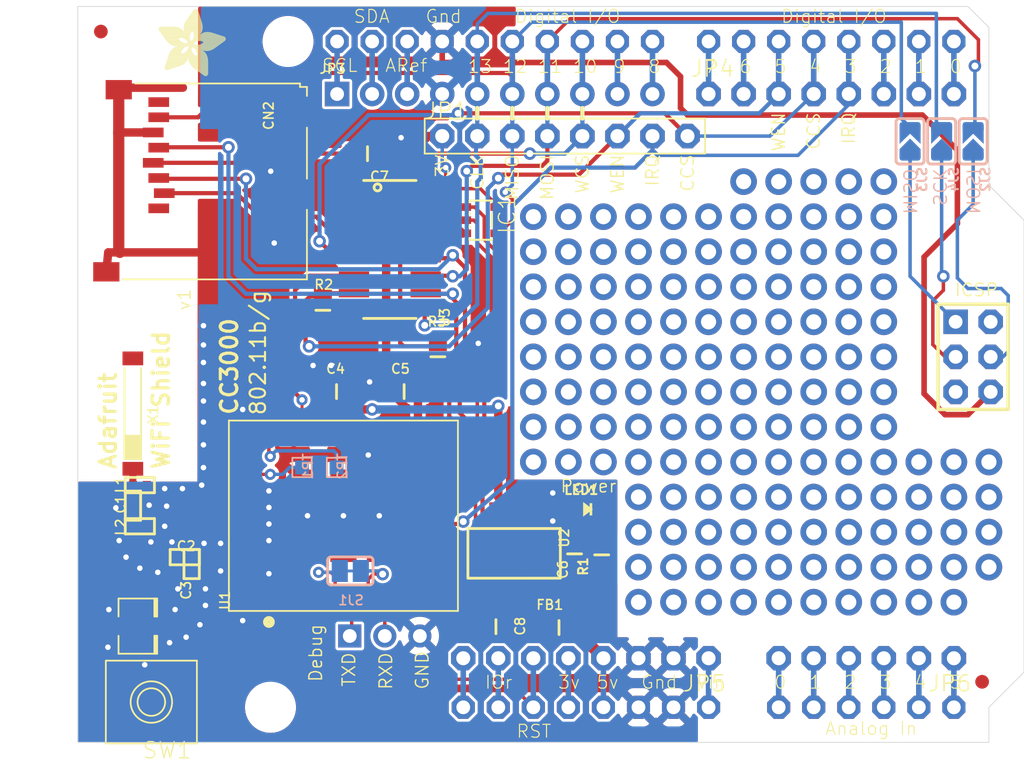
<source format=kicad_pcb>
(kicad_pcb (version 20221018) (generator pcbnew)
  (layers (0 "F.Cu" signal) (31 "B.Cu" signal) (34 "B.Paste" user) (35 "F.Paste" user) (36 "B.SilkS" user "B.Silkscreen") (37 "F.SilkS" user "F.Silkscreen") (38 "B.Mask" user) (39 "F.Mask" user) (44 "Edge.Cuts" user))
  (net 0 "")
  (net 1 "N$1")
  (net 2 "N$2")
  (net 3 "GND")
  (net 4 "N$3")
  (net 5 "N$4")
  (net 6 "SCL_3V")
  (net 7 "SDA_3V")
  (net 8 "VBAT_EN_3V")
  (net 9 "SPI_CLK_3V")
  (net 10 "SPI_MOSI_3V")
  (net 11 "SPI_IRQ_3V")
  (net 12 "SPI_MISO_3V")
  (net 13 "SPI_CS_3V")
  (net 14 "N$5")
  (net 15 "N$6")
  (net 16 "RXD_3V")
  (net 17 "TXD_3V")
  (net 18 "VBAT_EN_5V")
  (net 19 "SPI_CLK_5V")
  (net 20 "SPI_MOSI_5V")
  (net 21 "SPI_CS_5V")
  (net 22 "N$9")
  (net 23 "3.3V")
  (net 24 "SD_CS_5V")
  (net 25 "SD_CS_3V")
  (net 26 "+5V")
  (net 27 "N$7")
  (net 28 "N$8")
  (net 29 "N$10")
  (net 30 "N$16")
  (net 31 "N$17")
  (net 32 "N$18")
  (net 33 "N$19")
  (net 34 "N$23")
  (net 35 "N$24")
  (net 36 "N$25")
  (net 37 "N$26")
  (net 38 "N$27")
  (net 39 "N$29")
  (net 40 "N$30")
  (net 41 "N$31")
  (net 42 "N$32")
  (net 43 "N$33")
  (net 44 "N$34")
  (net 45 "N$35")
  (net 46 "N$36")
  (net 47 "N$11")
  (net 48 "N$13")
  (net 49 "N$14")
  (net 50 "N$15")
  (net 51 "N$20")
  (net 52 "N$21")
  (net 53 "N$28")
  (net 54 "N$22")
  (net 55 "N$37")
  (net 56 "N$156")
  (net 57 "N$38")
  (net 58 "N$39")
  (net 59 "N$40")
  (net 60 "N$41")
  (net 61 "N$42")
  (net 62 "N$43")
  (net 63 "N$44")
  (net 64 "N$45")
  (net 65 "N$46")
  (net 66 "N$47")
  (net 67 "N$48")
  (net 68 "N$56")
  (net 69 "N$57")
  (net 70 "N$58")
  (net 71 "N$59")
  (net 72 "N$60")
  (net 73 "N$66")
  (net 74 "N$67")
  (net 75 "N$68")
  (net 76 "N$69")
  (net 77 "N$70")
  (net 78 "N$71")
  (net 79 "N$78")
  (net 80 "N$79")
  (net 81 "N$80")
  (net 82 "N$81")
  (net 83 "N$82")
  (net 84 "N$83")
  (net 85 "N$84")
  (net 86 "N$92")
  (net 87 "N$93")
  (net 88 "N$94")
  (net 89 "N$95")
  (net 90 "N$96")
  (net 91 "N$97")
  (net 92 "N$102")
  (net 93 "N$103")
  (net 94 "N$104")
  (net 95 "N$105")
  (net 96 "N$106")
  (net 97 "N$107")
  (net 98 "N$109")
  (net 99 "N$61")
  (net 100 "N$49")
  (net 101 "N$91")
  (net 102 "N$64")
  (net 103 "N$65")
  (net 104 "N$52")
  (net 105 "N$54")
  (net 106 "N$55")
  (net 107 "N$62")
  (net 108 "N$63")
  (net 109 "N$72")
  (net 110 "N$73")
  (net 111 "N$74")
  (net 112 "N$75")
  (net 113 "N$76")
  (net 114 "N$77")
  (net 115 "N$85")
  (net 116 "N$86")
  (net 117 "N$87")
  (net 118 "N$88")
  (net 119 "N$98")
  (net 120 "N$99")
  (net 121 "N$112")
  (net 122 "N$113")
  (net 123 "N$114")
  (net 124 "N$115")
  (net 125 "N$108")
  (net 126 "N$116")
  (net 127 "N$117")
  (net 128 "N$110")
  (net 129 "N$111")
  (net 130 "N$120")
  (net 131 "N$121")
  (net 132 "N$122")
  (net 133 "N$123")
  (net 134 "N$124")
  (net 135 "N$125")
  (net 136 "N$126")
  (net 137 "N$127")
  (net 138 "N$128")
  (net 139 "N$129")
  (net 140 "N$130")
  (net 141 "N$131")
  (net 142 "N$132")
  (net 143 "N$138")
  (net 144 "N$139")
  (net 145 "N$140")
  (net 146 "N$141")
  (net 147 "N$142")
  (net 148 "N$143")
  (net 149 "N$144")
  (net 150 "N$148")
  (net 151 "N$155")
  (net 152 "N$157")
  (net 153 "N$136")
  (net 154 "N$149")
  (net 155 "N$158")
  (net 156 "N$160")
  (net 157 "N$162")
  (net 158 "N$166")
  (net 159 "N$167")
  (net 160 "N$176")
  (net 161 "N$177")
  (net 162 "N$193")
  (net 163 "N$118")
  (net 164 "N$119")
  (net 165 "N$133")
  (net 166 "N$134")
  (net 167 "N$135")
  (net 168 "N$145")
  (net 169 "N$146")
  (net 170 "N$147")
  (net 171 "N$150")
  (net 172 "N$151")
  (net 173 "N$152")
  (net 174 "N$153")
  (net 175 "N$154")
  (net 176 "N$159")
  (net 177 "N$173")
  (net 178 "N$174")
  (net 179 "N$175")
  (net 180 "N$178")
  (net 181 "N$179")
  (net 182 "N$180")
  (net 183 "N$181")
  (net 184 "N$182")
  (net 185 "N$187")
  (net 186 "N$188")
  (net 187 "N$12")
  (net 188 "N$53")
  (net 189 "N$161")
  (net 190 "N$163")
  (net 191 "N$164")
  (footprint "working:_0402" (layer "F.Cu") (at 118.2111 114.5196 90)
    (fp_text reference "C1")
    (fp_text value "2.2pF")
  )
  (footprint "" (layer "F.Cu") (at 129.4511 80.8736)
    (fp_text reference "@HOLE0" hide)
    (fp_text value "")
  )
  (footprint "working:_0402" (layer "F.Cu") (at 121.9651 118.2496)
    (fp_text reference "C2")
    (fp_text value "10pF")
  )
  (footprint "working:FIDUCIAL_1MM" (layer "F.Cu") (at 115.8851 80.1556 90)
    (fp_text reference "FID1" hide)
    (fp_text value "FIDUCIAL\"\"" hide)
  )
  (footprint "working:CHIPLED_0805_NOOUTLINE" (layer "F.Cu") (at 151.1681 114.7826 -90)
    (fp_text reference "LED1")
    (fp_text value "green")
  )
  (footprint "" (layer "F.Cu") (at 128.1811 129.1336)
    (fp_text reference "@HOLE1" hide)
    (fp_text value "")
  )
  (footprint "" (layer "F.Cu") (at 180.2511 96.1136)
    (fp_text reference "@HOLE3" hide)
    (fp_text value "")
  )
  (footprint "working:FIDUCIAL_1MM" (layer "F.Cu") (at 179.7581 127.2846 90)
    (fp_text reference "FID2" hide)
    (fp_text value "FIDUCIAL\"\"" hide)
  )
  (footprint "working:_0805MP" (layer "F.Cu") (at 132.9651 106.2496 180)
    (fp_text reference "C4")
    (fp_text value "1µF")
  )
  (footprint "working:_0805MP" (layer "F.Cu") (at 144.5191 123.2896 180)
    (fp_text reference "C8")
    (fp_text value "10µF")
  )
  (footprint "working:_0805MP" (layer "F.Cu") (at 131.9751 100.3576 90)
    (fp_text reference "R2")
    (fp_text value "10K")
  )
  (footprint "working:CC3000MOD" (layer "F.Cu") (at 133.4651 115.2496 90)
    (fp_text reference "U1")
    (fp_text value "CC3000MOD")
  )
  (footprint "working:_0805MP" (layer "F.Cu") (at 137.8651 106.2496 180)
    (fp_text reference "C5")
    (fp_text value "1µF")
  )
  (footprint "working:EVQ-Q2" (layer "F.Cu") (at 119.5451 128.7526 180)
    (fp_text reference "SW1")
    (fp_text value "SPST_TACT-EVQQ2")
  )
  (footprint "" (layer "F.Cu") (at 180.2511 124.0536)
    (fp_text reference "@HOLE2" hide)
    (fp_text value "")
  )
  (footprint "working:MICROSD" (layer "F.Cu") (at 130.7211 83.9696 -90)
    (fp_text reference "CN2")
    (fp_text value "microSD")
  )
  (footprint "working:FIDUCIAL_1MM" (layer "F.Cu") (at 131.7371 129.5146)
    (fp_text reference "FID3" hide)
    (fp_text value "FIDUCIAL\"\"" hide)
  )
  (footprint "working:1X10_ROUND70" (layer "F.Cu") (at 144.4371 84.6836)
    (fp_text reference "JP3")
    (fp_text value "")
  )
  (footprint "working:_0805MP" (layer "F.Cu") (at 140.3111 103.7256 90)
    (fp_text reference "R3")
    (fp_text value "10K")
  )
  (footprint "working:SOIC16" (layer "F.Cu") (at 136.8291 95.9476 -90)
    (fp_text reference "U3")
    (fp_text value "74HC4050D")
  )
  (footprint "working:ANT_2500AT44M0400" (layer "F.Cu") (at 118.2031 107.8456 -90)
    (fp_text reference "X1")
    (fp_text value "2450AT18B100")
  )
  (footprint "working:_0402" (layer "F.Cu") (at 122.4651 118.7496 -90)
    (fp_text reference "C3")
    (fp_text value "DNC_10pF")
  )
  (footprint "working:1X03_ROUND" (layer "F.Cu") (at 136.4651 123.9636)
    (fp_text reference "JP2" hide)
    (fp_text value "")
  )
  (footprint "working:_0402" (layer "F.Cu") (at 118.7111 113.0276 180)
    (fp_text reference "L1")
    (fp_text value "DNP")
  )
  (footprint "working:1X08-CLEANBIG" (layer "F.Cu") (at 151.0411 125.5776 180)
    (fp_text reference "JP5")
    (fp_text value "")
  )
  (footprint "working:_0805MP" (layer "F.Cu") (at 149.0911 123.3536 180)
    (fp_text reference "FB1")
    (fp_text value "Ferrite")
  )
  (footprint "working:1X06-CLEANBIG" (layer "F.Cu") (at 171.3611 125.5776 180)
    (fp_text reference "JP6")
    (fp_text value "")
  )
  (footprint "working:_0805MP" (layer "F.Cu") (at 135.2111 89.0076)
    (fp_text reference "C7")
    (fp_text value "10µF")
  )
  (footprint "working:_0805MP" (layer "F.Cu") (at 150.2171 118.0136 90)
    (fp_text reference "C6")
    (fp_text value "10µF")
  )
  (footprint "working:_0805MP" (layer "F.Cu") (at 152.1841 118.0846 90)
    (fp_text reference "R1")
    (fp_text value "470 ohm")
  )
  (footprint "working:U.FL" (layer "F.Cu") (at 118.4651 123.2496)
    (fp_text reference "U$35" hide)
    (fp_text value "U.FL" hide)
  )
  (footprint "working:1X08-CLEANBIG" (layer "F.Cu") (at 168.8211 84.6836)
    (fp_text reference "JP4")
    (fp_text value "")
  )
  (footprint "working:ARDUINOR3_ICSP" (layer "F.Cu") (at 114.2111 131.6736)
    (fp_text reference "U$36" hide)
    (fp_text value "ARDUINO_R3_ICSP" hide)
    (fp_line (start 0 -53.34) (end 0 0) (stroke (width 0.05)) (layer "Edge.Cuts"))
    (fp_line (start 0 0) (end 66.04 0) (stroke (width 0.05)) (layer "Edge.Cuts"))
    (fp_line (start 64.516 -53.34) (end 0 -53.34) (stroke (width 0.05)) (layer "Edge.Cuts"))
    (fp_line (start 66.04 -51.816) (end 64.516 -53.34) (stroke (width 0.05)) (layer "Edge.Cuts"))
    (fp_line (start 66.04 -40.386) (end 66.04 -51.816) (stroke (width 0.05)) (layer "Edge.Cuts"))
    (fp_line (start 66.04 -2.54) (end 68.58 -5.08) (stroke (width 0.05)) (layer "Edge.Cuts"))
    (fp_line (start 66.04 0) (end 66.04 -2.54) (stroke (width 0.05)) (layer "Edge.Cuts"))
    (fp_line (start 68.58 -37.846) (end 66.04 -40.386) (stroke (width 0.05)) (layer "Edge.Cuts"))
    (fp_line (start 68.58 -5.08) (end 68.58 -37.846) (stroke (width 0.05)) (layer "Edge.Cuts"))
  )
  (footprint "working:SOT23-5L" (layer "F.Cu") (at 143.4211 93.8276 -90)
    (fp_text reference "IC1")
    (fp_text value "74AHC1G125")
  )
  (footprint "working:SOT223-R" (layer "F.Cu") (at 145.8381 117.9756)
    (fp_text reference "U2")
    (fp_text value "LT1117-3v")
  )
  (footprint "working:1X08-BIG" (layer "F.Cu") (at 149.5171 87.7316)
    (fp_text reference "JP1")
    (fp_text value "")
  )
  (footprint "working:_0402" (layer "F.Cu") (at 118.7111 116.0116 180)
    (fp_text reference "L2")
    (fp_text value "2.2nH")
  )
  (footprint "working:ADAFRUIT_5MM" (layer "F.Cu") (at 120.0671 83.3816)
    (fp_text reference "U$8" hide)
    (fp_text value "" hide)
  )
  (footprint "working:SOLDERJUMPER_ARROW_NOPASTE" (layer "B.Cu") (at 179.1081 88.1126 90)
    (fp_text reference "SJ2")
    (fp_text value "MOSIHW")
  )
  (footprint "working:SOLDERJUMPER_CLOSEDWIRE" (layer "B.Cu") (at 133.9651 119.2496 180)
    (fp_text reference "SJ1")
    (fp_text value "TESTMODE")
  )
  (footprint "working:SOLDERJUMPER_ARROW_NOPASTE" (layer "B.Cu") (at 174.5361 88.1126 90)
    (fp_text reference "SJ3")
    (fp_text value "MISOHW")
  )
  (footprint "working:TESTPOINT_PAD_1MM" (layer "B.Cu") (at 132.9651 111.7496 -90)
    (fp_text reference "TP2")
    (fp_text value "SDA")
  )
  (footprint "working:TESTPOINT_PAD_1MM" (layer "B.Cu") (at 130.4651 111.7496 -90)
    (fp_text reference "TP1")
    (fp_text value "SCL")
  )
  (footprint "working:SOLDERJUMPER_ARROW_NOPASTE" (layer "B.Cu") (at 176.8221 88.1126 90)
    (fp_text reference "SJ4")
    (fp_text value "SCKHW")
  )
  (gr_line (start 181.6481 99.9236) (end 176.5681 99.9236) (stroke (width 0.254)) (layer "F.SilkS"))
  (gr_line (start 148.2471 86.4616) (end 148.2471 85.6996) (stroke (width 0.3048)) (layer "F.SilkS"))
  (gr_line (start 176.5681 107.5436) (end 181.6481 107.5436) (stroke (width 0.254)) (layer "F.SilkS"))
  (gr_line (start 176.5681 99.9236) (end 176.5681 107.5436) (stroke (width 0.254)) (layer "F.SilkS"))
  (gr_line (start 145.7071 86.4616) (end 145.7071 85.6996) (stroke (width 0.3048)) (layer "F.SilkS"))
  (gr_line (start 181.6481 107.5436) (end 181.6481 99.9236) (stroke (width 0.254)) (layer "F.SilkS"))
  (gr_line (start 150.7871 86.4616) (end 150.7871 85.6996) (stroke (width 0.3048)) (layer "F.SilkS"))
  (gr_line (start 143.1671 86.4616) (end 143.1671 85.6996) (stroke (width 0.3048)) (layer "F.SilkS"))
  (gr_text "SCK" (at 177.2031 90.0176 -90) (layer "B.SilkS") (effects (font (size 0.9144 0.9144) (thickness 0.1016)) (justify right top mirror)))
  (gr_text "MOSI" (at 179.6161 90.0176 -90) (layer "B.SilkS") (effects (font (size 0.9144 0.9144) (thickness 0.1016)) (justify right top mirror)))
  (gr_text "MISO" (at 175.0441 90.0176 -90) (layer "B.SilkS") (effects (font (size 0.9144 0.9144) (thickness 0.1016)) (justify right top mirror)))
  (gr_text "MOSI" (at 148.2471 89.0016 90) (layer "F.SilkS") (effects (font (size 0.9144 0.9144) (thickness 0.1016)) (justify right)))
  (gr_text "MISO" (at 145.7071 89.0016 90) (layer "F.SilkS") (effects (font (size 0.9144 0.9144) (thickness 0.1016)) (justify right)))
  (gr_text "CLK" (at 143.1671 89.0016 90) (layer "F.SilkS") (effects (font (size 0.9144 0.9144) (thickness 0.1016)) (justify right)))
  (gr_text "ICSP" (at 177.7111 99.4156) (layer "F.SilkS") (effects (font (size 0.9144 0.9144) (thickness 0.1016)) (justify left bottom)))
  (gr_text "v1" (at 122.4661 100.4316 90) (layer "F.SilkS") (effects (font (size 0.9144 0.9144) (thickness 0.1016)) (justify left bottom)))
  (gr_text "Debug" (at 131.9911 127.3556 90) (layer "F.SilkS") (effects (font (size 0.9144 0.9144) (thickness 0.1016)) (justify left bottom)))
  (gr_text "GND" (at 138.6411 124.9896 90) (layer "F.SilkS") (effects (font (size 0.9144 0.9144) (thickness 0.1016)) (justify right top)))
  (gr_text "WEN" (at 165.0111 85.9536 90) (layer "F.SilkS") (effects (font (size 0.9144 0.9144) (thickness 0.1016)) (justify right)))
  (gr_text "Power" (at 149.1361 113.6396) (layer "F.SilkS") (effects (font (size 0.9144 0.9144) (thickness 0.1016)) (justify left bottom)))
  (gr_text "802.11b/g" (at 127.9271 108.0516 90) (layer "F.SilkS") (effects (font (size 1.1176 1.1176) (thickness 0.1524)) (justify left bottom)))
  (gr_text "WCS" (at 150.7871 89.0016 90) (layer "F.SilkS") (effects (font (size 0.9144 0.9144) (thickness 0.1016)) (justify right)))
  (gr_text "3V" (at 140.6271 89.0016 90) (layer "F.SilkS") (effects (font (size 0.9144 0.9144) (thickness 0.1016)) (justify right)))
  (gr_text "CC3000" (at 125.8951 108.0516 90) (layer "F.SilkS") (effects (font (size 1.194816 1.194816) (thickness 0.227584)) (justify left bottom)))
  (gr_text "WEN" (at 153.3271 89.0016 90) (layer "F.SilkS") (effects (font (size 0.9144 0.9144) (thickness 0.1016)) (justify right)))
  (gr_text "TXD" (at 133.3271 125.0896 90) (layer "F.SilkS") (effects (font (size 0.9144 0.9144) (thickness 0.1016)) (justify right top)))
  (gr_text "IRQ" (at 170.0911 85.9536 90) (layer "F.SilkS") (effects (font (size 0.9144 0.9144) (thickness 0.1016)) (justify right)))
  (gr_text "CCS" (at 167.5511 85.9536 90) (layer "F.SilkS") (effects (font (size 0.9144 0.9144) (thickness 0.1016)) (justify right)))
  (gr_text "RXD" (at 136.0071 125.0896 90) (layer "F.SilkS") (effects (font (size 0.9144 0.9144) (thickness 0.1016)) (justify right top)))
  (gr_text "Adafruit \n\nWiFi Shield" (at 120.9421 111.9886 90) (layer "F.SilkS") (effects (font (size 1.194816 1.194816) (thickness 0.227584)) (justify left bottom)))
  (gr_text "CCS" (at 158.4071 89.0016 90) (layer "F.SilkS") (effects (font (size 0.9144 0.9144) (thickness 0.1016)) (justify right)))
  (gr_text "IRQ" (at 155.8671 89.0016 90) (layer "F.SilkS") (effects (font (size 0.9144 0.9144) (thickness 0.1016)) (justify right)))
  (segment (start 118.2111 114.0116) (end 118.2111 113.0356) (width 0.508) (layer "F.Cu") (net 1))
  (segment (start 118.2031 113.0276) (end 118.2031 111.8456) (width 0.508) (layer "F.Cu") (net 1))
  (segment (start 118.2111 113.0356) (end 118.2031 113.0276) (width 0.5842) (layer "F.Cu") (net 1))
  (segment (start 118.2111 113.0356) (end 118.2111 113.0356) (width 0.5842) (layer "F.Cu") (net 1))
  (segment (start 118.2111 116.0196) (end 118.2111 116.0196) (width 0.5842) (layer "F.Cu") (net 2))
  (segment (start 118.829422 117.963125) (end 118.65044 117.81026) (width 0.508) (layer "F.Cu") (net 2))
  (segment (start 118.2111 116.7496) (end 118.2111 116.0196) (width 0.508) (layer "F.Cu") (net 2))
  (segment (start 118.2031 115.0356) (end 118.2031 115.0356) (width 0.5842) (layer "F.Cu") (net 2))
  (segment (start 119.7111 118.2496) (end 119.7111 118.2496) (width 0.508) (layer "F.Cu") (net 2))
  (segment (start 119.247575 118.176185) (end 119.030114 118.08611) (width 0.508) (layer "F.Cu") (net 2))
  (segment (start 118.65044 117.81026) (end 118.497575 117.631278) (width 0.508) (layer "F.Cu") (net 2))
  (segment (start 121.4571 118.2496) (end 119.7111 118.2496) (width 0.508) (layer "F.Cu") (net 2))
  (segment (start 119.7111 118.2496) (end 119.476448 118.231133) (width 0.508) (layer "F.Cu") (net 2))
  (segment (start 119.476448 118.231133) (end 119.247575 118.176185) (width 0.508) (layer "F.Cu") (net 2))
  (segment (start 118.37459 117.430586) (end 118.284515 117.213125) (width 0.508) (layer "F.Cu") (net 2))
  (segment (start 118.2111 116.0196) (end 118.2031 116.0116) (width 0.5842) (layer "F.Cu") (net 2))
  (segment (start 118.284515 117.213125) (end 118.2111 116.7496) (width 0.508) (layer "F.Cu") (net 2))
  (segment (start 118.2031 116.0116) (end 118.2031 115.0356) (width 0.508) (layer "F.Cu") (net 2))
  (segment (start 119.030114 118.08611) (end 118.829422 117.963125) (width 0.508) (layer "F.Cu") (net 2))
  (segment (start 118.2031 115.0356) (end 118.2111 115.0276) (width 0.5842) (layer "F.Cu") (net 2))
  (segment (start 118.497575 117.631278) (end 118.37459 117.430586) (width 0.508) (layer "F.Cu") (net 2))
  (segment (start 136.1151 115.2996) (end 136.0651 115.2496) (width 0.5) (layer "F.Cu") (net 3))
  (segment (start 117.1811 87.4776) (end 117.1811 96.0836) (width 0.8128) (layer "F.Cu") (net 3))
  (segment (start 131.6651 106.5336) (end 131.9491 106.2496) (width 0.5) (layer "F.Cu") (net 3))
  (segment (start 131.6651 109.3996) (end 131.6651 106.5336) (width 0.5) (layer "F.Cu") (net 3))
  (segment (start 127.8221 96.1136) (end 128.4511 95.4846) (width 0.6096) (layer "F.Cu") (net 3))
  (segment (start 136.0651 106.2496) (end 135.3651 105.5496) (width 0.5) (layer "F.Cu") (net 3))
  (segment (start 117.1811 84.3696) (end 117.3271 84.2236) (width 0.6096) (layer "F.Cu") (net 3))
  (segment (start 133.4651 117.3996) (end 133.4651 115.2496) (width 0.5) (layer "F.Cu") (net 3))
  (segment (start 117.1811 96.0836) (end 117.2591 96.1616) (width 0.8128) (layer "F.Cu") (net 3))
  (segment (start 117.2591 96.1616) (end 125.0851 96.1616) (width 0.6096) (layer "F.Cu") (net 3))
  (segment (start 126.2151 114.6496) (end 128.0651 114.6496) (width 0.5) (layer "F.Cu") (net 3))
  (segment (start 177.9651 88.7476) (end 175.4251 86.2076) (width 0.4064) (layer "F.Cu") (net 3))
  (segment (start 119.2191 116.0116) (end 120.5111 116.0116) (width 0.5) (layer "F.Cu") (net 3))
  (segment (start 125.1331 96.1136) (end 127.8221 96.1136) (width 0.6096) (layer "F.Cu") (net 3))
  (segment (start 126.2151 115.8496) (end 128.0651 115.8496) (width 0.5) (layer "F.Cu") (net 3))
  (segment (start 136.1151 113.0996) (end 136.1151 115.1996) (width 0.5) (layer "F.Cu") (net 3))
  (segment (start 117.1811 84.3696) (end 117.1811 87.4776) (width 0.8128) (layer "F.Cu") (net 3))
  (segment (start 126.2151 121.0996) (end 126.2151 122.7996) (width 0.5) (layer "F.Cu") (net 3))
  (segment (start 175.5521 96.4946) (end 175.5521 106.4006) (width 0.4064) (layer "F.Cu") (net 3))
  (segment (start 156.8831 82.3976) (end 140.6271 82.3976) (width 0.4064) (layer "F.Cu") (net 3))
  (segment (start 128.0651 121.0996) (end 128.0651 119.4496) (width 0.5) (layer "F.Cu") (net 3))
  (segment (start 178.7271 107.9246) (end 180.3781 106.2736) (width 0.4064) (layer "F.Cu") (net 3))
  (segment (start 130.8151 115.2996) (end 130.8651 115.2496) (width 0.5) (layer "F.Cu") (net 3))
  (segment (start 116.2811 97.5696) (end 116.4191 96.1616) (width 0.6096) (layer "F.Cu") (net 3))
  (segment (start 157.8991 83.4136) (end 156.8831 82.3976) (width 0.4064) (layer "F.Cu") (net 3))
  (segment (start 119.6811 87.4696) (end 117.1891 87.4696) (width 0.6096) (layer "F.Cu") (net 3))
  (segment (start 116.4191 96.1616) (end 117.2591 96.1616) (width 0.6096) (layer "F.Cu") (net 3))
  (segment (start 133.4651 113.0996) (end 133.4651 115.2496) (width 0.5) (layer "F.Cu") (net 3))
  (segment (start 126.2151 117.0496) (end 128.0651 117.0496) (width 0.5) (layer "F.Cu") (net 3))
  (segment (start 175.5521 106.4006) (end 177.0761 107.9246) (width 0.4064) (layer "F.Cu") (net 3))
  (segment (start 130.8151 117.3996) (end 130.8151 115.2996) (width 0.5) (layer "F.Cu") (net 3))
  (segment (start 130.8151 113.0996) (end 130.8151 115.1996) (width 0.5) (layer "F.Cu") (net 3))
  (segment (start 119.2191 113.0276) (end 120.5111 113.2816) (width 0.5) (layer "F.Cu") (net 3))
  (segment (start 117.1891 87.4696) (end 117.1811 87.4776) (width 0.6096) (layer "F.Cu") (net 3))
  (segment (start 177.9651 94.0816) (end 175.5521 96.4946) (width 0.4064) (layer "F.Cu") (net 3))
  (segment (start 157.8991 85.6996) (end 157.8991 83.4136) (width 0.4064) (layer "F.Cu") (net 3))
  (segment (start 158.4071 86.2076) (end 157.8991 85.6996) (width 0.4064) (layer "F.Cu") (net 3))
  (segment (start 136.1151 117.3996) (end 136.1151 115.2996) (width 0.5) (layer "F.Cu") (net 3))
  (segment (start 126.2151 119.4496) (end 128.0651 119.4496) (width 0.5) (layer "F.Cu") (net 3))
  (segment (start 125.0851 96.1616) (end 125.1331 96.1136) (width 0.6096) (layer "F.Cu") (net 3))
  (segment (start 150.2171 117.1336) (end 152.1841 119.1006) (width 0.254) (layer "F.Cu") (net 3))
  (segment (start 126.2151 122.7996) (end 126.1651 122.8496) (width 0.5) (layer "F.Cu") (net 3))
  (segment (start 136.1151 115.1996) (end 136.0651 115.2496) (width 0.5) (layer "F.Cu") (net 3))
  (segment (start 140.6271 82.3976) (end 140.6271 80.8736) (width 0.4064) (layer "F.Cu") (net 3))
  (segment (start 177.0761 107.9246) (end 178.7271 107.9246) (width 0.4064) (layer "F.Cu") (net 3))
  (segment (start 135.2651 109.3996) (end 135.2651 110.8496) (width 0.5) (layer "F.Cu") (net 3))
  (segment (start 150.2171 116.9976) (end 150.2171 117.1336) (width 0.254) (layer "F.Cu") (net 3))
  (segment (start 130.8151 115.1996) (end 130.8651 115.2496) (width 0.5) (layer "F.Cu") (net 3))
  (segment (start 177.9651 94.0816) (end 177.9651 88.7476) (width 0.4064) (layer "F.Cu") (net 3))
  (segment (start 126.2151 113.4496) (end 128.0651 113.4496) (width 0.5) (layer "F.Cu") (net 3))
  (segment (start 117.3271 84.2236) (end 121.8311 84.2236) (width 0.6096) (layer "F.Cu") (net 3))
  (segment (start 175.4251 86.2076) (end 158.4071 86.2076) (width 0.4064) (layer "F.Cu") (net 3))
  (via (at 119.0651 126.0496) (size 0.8064) (drill 0.4) (layers "F.Cu" "B.Cu") (net 3))
  (via (at 128.0651 119.4496) (size 0.8064) (drill 0.4) (layers "F.Cu" "B.Cu") (net 3))
  (via (at 117.2111 117.0496) (size 0.8064) (drill 0.4) (layers "F.Cu" "B.Cu") (net 3))
  (via (at 123.3651 117.2496) (size 0.8064) (drill 0.4) (layers "F.Cu" "B.Cu") (net 3))
  (via (at 116.3951 124.7796) (size 0.8064) (drill 0.4) (layers "F.Cu" "B.Cu") (net 3))
  (via (at 126.1651 122.8496) (size 0.8064) (drill 0.4) (layers "F.Cu" "B.Cu") (net 3))
  (via (at 119.5111 117.1496) (size 0.8064) (drill 0.4) (layers "F.Cu" "B.Cu") (net 3))
  (via (at 121.4651 120.5496) (size 0.8064) (drill 0.4) (layers "F.Cu" "B.Cu") (net 3))
  (via (at 120.5111 113.2816) (size 0.8064) (drill 0.4) (layers "F.Cu" "B.Cu") (net 3))
  (via (at 128.0651 113.4496) (size 0.8064) (drill 0.4) (layers "F.Cu" "B.Cu") (net 3))
  (via (at 123.1941 113.0306) (size 0.8064) (drill 0.4) (layers "F.Cu" "B.Cu") (net 3))
  (via (at 128.1971 90.2776) (size 0.8064) (drill 0.4) (layers "F.Cu" "B.Cu") (net 3))
  (via (at 123.3211 108.4586) (size 0.8064) (drill 0.4) (layers "F.Cu" "B.Cu") (net 3))
  (via (at 120.0111 119.3496) (size 0.8064) (drill 0.4) (layers "F.Cu" "B.Cu") (net 3))
  (via (at 116.9711 114.6816) (size 0.8064) (drill 0.4) (layers "F.Cu" "B.Cu") (net 3))
  (via (at 123.4651 121.7496) (size 0.8064) (drill 0.4) (layers "F.Cu" "B.Cu") (net 3))
  (via (at 133.4651 115.2496) (size 0.8064) (drill 0.4) (layers "F.Cu" "B.Cu") (net 3))
  (via (at 148.6381 115.6306) (size 0.8064) (drill 0.4) (layers "F.Cu" "B.Cu") (net 3))
  (via (at 123.3211 105.6646) (size 0.8064) (drill 0.4) (layers "F.Cu" "B.Cu") (net 3))
  (via (at 116.4651 122.0496) (size 0.8064) (drill 0.4) (layers "F.Cu" "B.Cu") (net 3))
  (via (at 121.7971 113.2846) (size 0.8064) (drill 0.4) (layers "F.Cu" "B.Cu") (net 3))
  (via (at 122.0651 124.0496) (size 0.8064) (drill 0.4) (layers "F.Cu" "B.Cu") (net 3))
  (via (at 135.3651 105.5496) (size 0.8064) (drill 0.4) (layers "F.Cu" "B.Cu") (net 3))
  (via (at 130.8651 115.2496) (size 0.8064) (drill 0.4) (layers "F.Cu" "B.Cu") (net 3))
  (via (at 123.3211 106.9346) (size 0.8064) (drill 0.4) (layers "F.Cu" "B.Cu") (net 3))
  (via (at 117.7111 118.2496) (size 0.8064) (drill 0.4) (layers "F.Cu" "B.Cu") (net 3))
  (via (at 128.4511 95.4846) (size 0.8064) (drill 0.4) (layers "F.Cu" "B.Cu") (net 3))
  (via (at 123.3211 111.7606) (size 0.8064) (drill 0.4) (layers "F.Cu" "B.Cu") (net 3))
  (via (at 135.2651 110.8496) (size 0.8064) (drill 0.4) (layers "F.Cu" "B.Cu") (net 3))
  (via (at 131.2651 104.3576) (size 0.8064) (drill 0.4) (layers "F.Cu" "B.Cu") (net 3))
  (via (at 132.5651 104.3576) (size 0.8064) (drill 0.4) (layers "F.Cu" "B.Cu") (net 3))
  (via (at 123.0651 123.1496) (size 0.8064) (drill 0.4) (layers "F.Cu" "B.Cu") (net 3))
  (via (at 128.0651 114.6496) (size 0.8064) (drill 0.4) (layers "F.Cu" "B.Cu") (net 3))
  (via (at 143.2391 102.7556) (size 0.8064) (drill 0.4) (layers "F.Cu" "B.Cu") (net 3))
  (via (at 121.2651 122.0496) (size 0.8064) (drill 0.4) (layers "F.Cu" "B.Cu") (net 3))
  (via (at 148.6381 113.5986) (size 0.8064) (drill 0.4) (layers "F.Cu" "B.Cu") (net 3))
  (via (at 128.0651 115.8496) (size 0.8064) (drill 0.4) (layers "F.Cu" "B.Cu") (net 3))
  (via (at 120.6541 114.5546) (size 0.8064) (drill 0.4) (layers "F.Cu" "B.Cu") (net 3))
  (via (at 123.3211 110.1096) (size 0.8064) (drill 0.4) (layers "F.Cu" "B.Cu") (net 3))
  (via (at 128.0651 117.0496) (size 0.8064) (drill 0.4) (layers "F.Cu" "B.Cu") (net 3))
  (via (at 120.8651 124.4496) (size 0.8064) (drill 0.4) (layers "F.Cu" "B.Cu") (net 3))
  (via (at 123.3211 104.1406) (size 0.8064) (drill 0.4) (layers "F.Cu" "B.Cu") (net 3))
  (via (at 136.0651 115.2496) (size 0.8064) (drill 0.4) (layers "F.Cu" "B.Cu") (net 3))
  (via (at 123.3211 102.8706) (size 0.8064) (drill 0.4) (layers "F.Cu" "B.Cu") (net 3))
  (via (at 124.5651 119.2496) (size 0.8064) (drill 0.4) (layers "F.Cu" "B.Cu") (net 3))
  (via (at 123.3211 101.4736) (size 0.8064) (drill 0.4) (layers "F.Cu" "B.Cu") (net 3))
  (via (at 120.5111 116.0116) (size 0.8064) (drill 0.4) (layers "F.Cu" "B.Cu") (net 3))
  (via (at 126.1651 107.5496) (size 0.8064) (drill 0.4) (layers "F.Cu" "B.Cu") (net 3))
  (via (at 121.0351 117.1496) (size 0.8064) (drill 0.4) (layers "F.Cu" "B.Cu") (net 3))
  (via (at 123.4651 120.5496) (size 0.8064) (drill 0.4) (layers "F.Cu" "B.Cu") (net 3))
  (via (at 137.6451 87.8476) (size 0.8064) (drill 0.4) (layers "F.Cu" "B.Cu") (net 3))
  (via (at 118.7111 119.0496) (size 0.8064) (drill 0.4) (layers "F.Cu" "B.Cu") (net 3))
  (via (at 124.5651 117.2496) (size 0.8064) (drill 0.4) (layers "F.Cu" "B.Cu") (net 3))
  (via (at 119.3841 114.4846) (size 0.8064) (drill 0.4) (layers "F.Cu" "B.Cu") (net 3))
  (segment (start 122.178625 122.631278) (end 122.02576 122.81026) (width 0.508) (layer "F.Cu") (net 4))
  (segment (start 122.391685 122.213125) (end 122.30161 122.430586) (width 0.508) (layer "F.Cu") (net 4))
  (segment (start 122.4651 121.7496) (end 122.4651 121.7496) (width 0.508) (layer "F.Cu") (net 4))
  (segment (start 122.30161 122.430586) (end 122.178625 122.631278) (width 0.508) (layer "F.Cu") (net 4))
  (segment (start 122.02576 122.81026) (end 121.846778 122.963125) (width 0.508) (layer "F.Cu") (net 4))
  (segment (start 121.428625 123.176185) (end 120.9651 123.2496) (width 0.508) (layer "F.Cu") (net 4))
  (segment (start 122.446633 121.984252) (end 122.391685 122.213125) (width 0.508) (layer "F.Cu") (net 4))
  (segment (start 121.846778 122.963125) (end 121.646086 123.08611) (width 0.508) (layer "F.Cu") (net 4))
  (segment (start 122.4651 121.7496) (end 122.446633 121.984252) (width 0.508) (layer "F.Cu") (net 4))
  (segment (start 122.4651 119.2576) (end 122.4651 121.7496) (width 0.508) (layer "F.Cu") (net 4))
  (segment (start 121.646086 123.08611) (end 121.428625 123.176185) (width 0.508) (layer "F.Cu") (net 4))
  (segment (start 120.9651 123.2496) (end 119.9901 123.2496) (width 0.508) (layer "F.Cu") (net 4))
  (segment (start 126.2151 118.2496) (end 122.4731 118.2496) (width 0.508) (layer "F.Cu") (net 5))
  (segment (start 122.4731 118.2496) (end 122.4651 118.2416) (width 0.508) (layer "F.Cu") (net 5))
  (segment (start 125.0651 111.2496) (end 125.0651 112.0496) (width 0.25) (layer "F.Cu") (net 6))
  (segment (start 125.2651 112.2496) (end 126.2151 112.2496) (width 0.25) (layer "F.Cu") (net 6))
  (segment (start 125.0651 112.0496) (end 125.2651 112.2496) (width 0.25) (layer "F.Cu") (net 6))
  (segment (start 126.2151 112.2496) (end 128.1651 112.2496) (width 0.25) (layer "F.Cu") (net 6))
  (segment (start 126.2151 111.0496) (end 125.2651 111.0496) (width 0.25) (layer "F.Cu") (net 6))
  (segment (start 125.2651 111.0496) (end 125.0651 111.2496) (width 0.25) (layer "F.Cu") (net 6))
  (via (at 128.1651 112.2496) (size 0.8064) (drill 0.4) (layers "F.Cu" "B.Cu") (net 6))
  (segment (start 128.1651 112.2496) (end 129.0651 112.2496) (width 0.25) (layer "B.Cu") (net 6))
  (segment (start 129.5651 111.7496) (end 130.4651 111.7496) (width 0.25) (layer "B.Cu") (net 6))
  (segment (start 129.0651 112.2496) (end 129.5651 111.7496) (width 0.25) (layer "B.Cu") (net 6))
  (segment (start 128.0651 110.8496) (end 128.1651 110.9496) (width 0.25) (layer "F.Cu") (net 7))
  (segment (start 128.2651 108.3496) (end 129.0651 108.3496) (width 0.25) (layer "F.Cu") (net 7))
  (segment (start 129.2651 108.5496) (end 129.2651 109.3996) (width 0.25) (layer "F.Cu") (net 7))
  (segment (start 128.0651 109.3996) (end 128.0651 108.5496) (width 0.25) (layer "F.Cu") (net 7))
  (segment (start 128.0651 109.3996) (end 128.0651 110.8496) (width 0.25) (layer "F.Cu") (net 7))
  (segment (start 128.0651 108.5496) (end 128.2651 108.3496) (width 0.25) (layer "F.Cu") (net 7))
  (segment (start 129.0651 108.3496) (end 129.2651 108.5496) (width 0.25) (layer "F.Cu") (net 7))
  (via (at 128.1651 110.9496) (size 0.8064) (drill 0.4) (layers "F.Cu" "B.Cu") (net 7))
  (segment (start 132.9651 111.7496) (end 132.9651 110.7496) (width 0.25) (layer "B.Cu") (net 7))
  (segment (start 132.7651 110.5496) (end 128.5651 110.5496) (width 0.25) (layer "B.Cu") (net 7))
  (segment (start 128.5651 110.5496) (end 128.1651 110.9496) (width 0.25) (layer "B.Cu") (net 7))
  (segment (start 132.9651 110.7496) (end 132.7651 110.5496) (width 0.25) (layer "B.Cu") (net 7))
  (segment (start 129.9591 106.3436) (end 130.4651 106.8496) (width 0.3048) (layer "F.Cu") (net 8))
  (segment (start 129.9591 98.9076) (end 129.9591 106.3436) (width 0.3048) (layer "F.Cu") (net 8))
  (segment (start 131.0141 97.8526) (end 129.9591 98.9076) (width 0.3048) (layer "F.Cu") (net 8))
  (segment (start 130.4651 106.8496) (end 130.4651 109.3996) (width 0.21) (layer "F.Cu") (net 8))
  (segment (start 134.2291 97.8526) (end 131.0141 97.8526) (width 0.3048) (layer "F.Cu") (net 8))
  (via (at 130.4651 106.8496) (size 0.8064) (drill 0.4) (layers "F.Cu" "B.Cu") (net 8))
  (segment (start 141.1351 106.0196) (end 141.6431 105.5116) (width 0.3048) (layer "F.Cu") (net 9))
  (segment (start 141.6431 99.7966) (end 141.1351 99.1616) (width 0.3048) (layer "F.Cu") (net 9))
  (segment (start 141.6431 105.5116) (end 141.6431 99.7966) (width 0.3048) (layer "F.Cu") (net 9))
  (segment (start 141.3891 99.1616) (end 141.1351 99.1616) (width 0.3048) (layer "F.Cu") (net 9))
  (segment (start 140.7151 112.2496) (end 141.2551 112.2496) (width 0.3048) (layer "F.Cu") (net 9))
  (segment (start 141.8971 111.6076) (end 141.8971 108.8136) (width 0.3048) (layer "F.Cu") (net 9))
  (segment (start 120.1091 88.5416) (end 125.1331 88.5416) (width 0.3048) (layer "F.Cu") (net 9))
  (segment (start 139.4681 99.1616) (end 139.4291 99.1226) (width 0.3048) (layer "F.Cu") (net 9))
  (segment (start 141.8971 108.8136) (end 141.1351 108.0516) (width 0.3048) (layer "F.Cu") (net 9))
  (segment (start 141.1351 99.1616) (end 139.4681 99.1616) (width 0.3048) (layer "F.Cu") (net 9))
  (segment (start 141.1351 108.0516) (end 141.1351 106.0196) (width 0.3048) (layer "F.Cu") (net 9))
  (segment (start 141.2551 112.2496) (end 141.8971 111.6076) (width 0.3048) (layer "F.Cu") (net 9))
  (segment (start 120.0811 88.5696) (end 120.1091 88.5416) (width 0.3048) (layer "F.Cu") (net 9))
  (via (at 141.3891 99.1616) (size 0.9064) (drill 0.5) (layers "F.Cu" "B.Cu") (net 9))
  (via (at 125.1331 88.5416) (size 0.9064) (drill 0.5) (layers "F.Cu" "B.Cu") (net 9))
  (segment (start 125.1331 88.5416) (end 125.1331 97.8916) (width 0.3048) (layer "B.Cu") (net 9))
  (segment (start 125.1331 97.8916) (end 126.4031 99.1616) (width 0.3048) (layer "B.Cu") (net 9))
  (segment (start 126.4031 99.1616) (end 141.3891 99.1616) (width 0.3048) (layer "B.Cu") (net 9))
  (segment (start 142.6591 112.8776) (end 141.7701 113.7666) (width 0.254) (layer "F.Cu") (net 10))
  (segment (start 142.2781 105.8926) (end 142.2781 97.2566) (width 0.3048) (layer "F.Cu") (net 10))
  (segment (start 142.6591 108.5596) (end 141.8971 107.7976) (width 0.3048) (layer "F.Cu") (net 10))
  (segment (start 142.6591 112.8776) (end 142.6591 108.5596) (width 0.3048) (layer "F.Cu") (net 10))
  (segment (start 141.7701 114.2746) (end 141.3951 114.6496) (width 0.254) (layer "F.Cu") (net 10))
  (segment (start 141.7701 113.7666) (end 141.7701 114.2746) (width 0.254) (layer "F.Cu") (net 10))
  (segment (start 141.6821 96.5826) (end 141.3891 96.3676) (width 0.3048) (layer "F.Cu") (net 10))
  (segment (start 141.8971 106.2736) (end 142.2781 105.8926) (width 0.3048) (layer "F.Cu") (net 10))
  (segment (start 142.2781 97.2566) (end 141.6041 96.5826) (width 0.3048) (layer "F.Cu") (net 10))
  (segment (start 120.1391 90.8276) (end 126.4031 90.8276) (width 0.3048) (layer "F.Cu") (net 10))
  (segment (start 120.1391 90.8276) (end 120.0811 90.7696) (width 0.3048) (layer "F.Cu") (net 10))
  (segment (start 139.4291 96.5826) (end 141.6821 96.5826) (width 0.3048) (layer "F.Cu") (net 10))
  (segment (start 141.8971 107.7976) (end 141.8971 106.2736) (width 0.3048) (layer "F.Cu") (net 10))
  (segment (start 141.6041 96.5826) (end 139.4291 96.5826) (width 0.3048) (layer "F.Cu") (net 10))
  (segment (start 140.7151 114.6496) (end 141.3951 114.6496) (width 0.3048) (layer "F.Cu") (net 10))
  (via (at 126.4031 90.8276) (size 0.9064) (drill 0.5) (layers "F.Cu" "B.Cu") (net 10))
  (via (at 141.3891 96.3676) (size 0.9064) (drill 0.5) (layers "F.Cu" "B.Cu") (net 10))
  (segment (start 127.1651 97.3836) (end 140.3731 97.3836) (width 0.3048) (layer "B.Cu") (net 10))
  (segment (start 126.4031 90.8276) (end 126.4031 96.6216) (width 0.3048) (layer "B.Cu") (net 10))
  (segment (start 126.4031 96.6216) (end 127.1651 97.3836) (width 0.3048) (layer "B.Cu") (net 10))
  (segment (start 140.3731 97.3836) (end 141.3891 96.3676) (width 0.3048) (layer "B.Cu") (net 10))
  (segment (start 140.7151 115.8496) (end 141.9731 115.8496) (width 0.3048) (layer "F.Cu") (net 11))
  (segment (start 141.9731 115.8496) (end 142.1511 115.6716) (width 0.3048) (layer "F.Cu") (net 11))
  (via (at 142.1511 115.6716) (size 0.9064) (drill 0.5) (layers "F.Cu" "B.Cu") (net 11))
  (segment (start 148.5011 90.0176) (end 154.5971 90.0176) (width 0.3048) (layer "B.Cu") (net 11))
  (segment (start 170.0911 80.8736) (end 170.0911 84.6836) (width 0.4064) (layer "B.Cu") (net 11))
  (segment (start 155.8671 88.7476) (end 155.8671 87.7316) (width 0.3048) (layer "B.Cu") (net 11))
  (segment (start 156.2481 89.1286) (end 166.4081 89.1286) (width 0.254) (layer "B.Cu") (net 11))
  (segment (start 154.5971 90.0176) (end 155.8671 88.7476) (width 0.3048) (layer "B.Cu") (net 11))
  (segment (start 170.0911 85.4456) (end 170.0911 84.6836) (width 0.3048) (layer "B.Cu") (net 11))
  (segment (start 156.2481 89.1286) (end 155.8671 88.7476) (width 0.3048) (layer "B.Cu") (net 11))
  (segment (start 166.4081 89.1286) (end 170.0911 85.4456) (width 0.254) (layer "B.Cu") (net 11))
  (segment (start 142.1511 115.6716) (end 145.7071 112.6236) (width 0.3048) (layer "B.Cu") (net 11))
  (segment (start 145.7071 92.8116) (end 148.5011 90.0176) (width 0.3048) (layer "B.Cu") (net 11))
  (segment (start 145.7071 112.6236) (end 145.7071 92.8116) (width 0.3048) (layer "B.Cu") (net 11))
  (segment (start 144.7571 94.7776) (end 145.7071 93.8276) (width 0.254) (layer "F.Cu") (net 12))
  (segment (start 120.0811 86.3696) (end 122.9391 86.3696) (width 0.3048) (layer "F.Cu") (net 12))
  (segment (start 145.7071 93.8276) (end 145.7071 92.3036) (width 0.254) (layer "F.Cu") (net 12))
  (segment (start 145.7071 92.3036) (end 145.1991 91.7956) (width 0.254) (layer "F.Cu") (net 12))
  (segment (start 144.7211 94.7776) (end 144.7571 94.7776) (width 0.254) (layer "F.Cu") (net 12))
  (segment (start 145.4531 83.1596) (end 126.1491 83.1596) (width 0.3048) (layer "F.Cu") (net 12))
  (segment (start 145.7071 84.6836) (end 145.7071 83.4136) (width 0.3048) (layer "F.Cu") (net 12))
  (segment (start 126.1491 83.1596) (end 122.9391 86.3696) (width 0.3048) (layer "F.Cu") (net 12))
  (segment (start 145.7071 83.4136) (end 145.4531 83.1596) (width 0.3048) (layer "F.Cu") (net 12))
  (via (at 145.1991 91.7956) (size 0.8001) (drill 0.3937) (layers "F.Cu" "B.Cu") (net 12))
  (segment (start 145.7071 87.7316) (end 145.7071 84.6836) (width 0.3048) (layer "B.Cu") (net 12))
  (segment (start 174.5361 87.0966) (end 173.9011 86.4616) (width 0.254) (layer "B.Cu") (net 12))
  (segment (start 145.7071 80.8736) (end 145.7071 84.6836) (width 0.4064) (layer "B.Cu") (net 12))
  (segment (start 173.9011 86.4616) (end 173.9011 79.4766) (width 0.254) (layer "B.Cu") (net 12))
  (segment (start 145.7071 80.8736) (end 147.1041 79.4766) (width 0.254) (layer "B.Cu") (net 12))
  (segment (start 145.7071 91.2876) (end 145.7071 87.7316) (width 0.254) (layer "B.Cu") (net 12))
  (segment (start 147.1041 79.4766) (end 173.9011 79.4766) (width 0.254) (layer "B.Cu") (net 12))
  (segment (start 145.1991 91.7956) (end 145.7071 91.2876) (width 0.254) (layer "B.Cu") (net 12))
  (segment (start 143.6751 113.6396) (end 143.6751 105.7656) (width 0.3048) (layer "F.Cu") (net 13))
  (segment (start 142.1131 118.2496) (end 143.5481 116.8146) (width 0.3048) (layer "F.Cu") (net 13))
  (segment (start 143.5481 113.7666) (end 143.6751 113.6396) (width 0.3048) (layer "F.Cu") (net 13))
  (segment (start 144.6911 96.2406) (end 143.6751 95.2246) (width 0.254) (layer "F.Cu") (net 13))
  (segment (start 143.6751 95.2246) (end 143.6751 93.5736) (width 0.254) (layer "F.Cu") (net 13))
  (segment (start 142.9791 92.8776) (end 142.1211 92.8776) (width 0.254) (layer "F.Cu") (net 13))
  (segment (start 143.6751 93.5736) (end 142.9791 92.8776) (width 0.254) (layer "F.Cu") (net 13))
  (segment (start 143.5481 116.8146) (end 143.5481 113.7666) (width 0.3048) (layer "F.Cu") (net 13))
  (segment (start 139.5341 92.8776) (end 142.1211 92.8776) (width 0.254) (layer "F.Cu") (net 13))
  (segment (start 143.6751 105.7656) (end 144.6911 104.7496) (width 0.254) (layer "F.Cu") (net 13))
  (segment (start 140.7151 118.2496) (end 142.1131 118.2496) (width 0.3048) (layer "F.Cu") (net 13))
  (segment (start 139.4681 92.8116) (end 139.5341 92.8776) (width 0.254) (layer "F.Cu") (net 13))
  (segment (start 144.6911 104.7496) (end 144.6911 96.2406) (width 0.254) (layer "F.Cu") (net 13))
  (segment (start 139.4681 92.8116) (end 139.4291 92.7726) (width 0.3048) (layer "F.Cu") (net 13))
  (segment (start 132.5651 119.3496) (end 131.6651 119.3496) (width 0.25) (layer "F.Cu") (net 14))
  (segment (start 132.8651 119.6496) (end 132.5651 119.3496) (width 0.25) (layer "F.Cu") (net 14))
  (segment (start 132.8651 121.0996) (end 132.8651 119.6496) (width 0.25) (layer "F.Cu") (net 14))
  (via (at 131.6651 119.3496) (size 0.8064) (drill 0.4) (layers "F.Cu" "B.Cu") (net 14))
  (segment (start 133.1031 119.3496) (end 133.2031 119.2496) (width 0.25) (layer "B.Cu") (net 14))
  (segment (start 131.6651 119.3496) (end 133.1031 119.3496) (width 0.25) (layer "B.Cu") (net 14))
  (segment (start 135.2651 121.0996) (end 135.2651 119.8496) (width 0.25) (layer "F.Cu") (net 15))
  (segment (start 135.2651 119.8496) (end 135.6651 119.4496) (width 0.25) (layer "F.Cu") (net 15))
  (segment (start 135.6651 119.4496) (end 135.8871 119.4816) (width 0.254) (layer "F.Cu") (net 15))
  (segment (start 135.8871 119.4816) (end 136.3091 119.4816) (width 0.254) (layer "F.Cu") (net 15))
  (via (at 136.3091 119.4816) (size 0.9064) (drill 0.5) (layers "F.Cu" "B.Cu") (net 15))
  (segment (start 134.9271 119.4496) (end 134.7271 119.2496) (width 0.25) (layer "B.Cu") (net 15))
  (segment (start 136.2871 119.2496) (end 134.7271 119.2496) (width 0.254) (layer "B.Cu") (net 15))
  (segment (start 136.3091 119.4816) (end 136.2871 119.2496) (width 0.254) (layer "B.Cu") (net 15))
  (segment (start 136.4651 121.0996) (end 136.4651 123.9636) (width 0.254) (layer "F.Cu") (net 16))
  (segment (start 134.0651 123.8236) (end 133.9251 123.9636) (width 0.25) (layer "F.Cu") (net 17))
  (segment (start 134.0651 121.0996) (end 134.0651 123.8236) (width 0.25) (layer "F.Cu") (net 17))
  (segment (start 144.9451 90.5256) (end 150.5331 90.5256) (width 0.3048) (layer "F.Cu") (net 18))
  (segment (start 150.5331 90.5256) (end 153.3271 87.7316) (width 0.3048) (layer "F.Cu") (net 18))
  (segment (start 131.9751 99.1226) (end 134.2291 99.1226) (width 0.3048) (layer "F.Cu") (net 18))
  (segment (start 131.0491 99.3416) (end 130.7211 99.6696) (width 0.3048) (layer "F.Cu") (net 18))
  (segment (start 144.6911 90.7796) (end 144.9451 90.5256) (width 0.3048) (layer "F.Cu") (net 18))
  (segment (start 131.9751 99.3416) (end 131.9751 99.1226) (width 0.3048) (layer "F.Cu") (net 18))
  (segment (start 130.7211 99.6696) (end 130.7211 102.7176) (width 0.3048) (layer "F.Cu") (net 18))
  (segment (start 131.9751 99.3416) (end 131.0491 99.3416) (width 0.3048) (layer "F.Cu") (net 18))
  (segment (start 130.7211 102.7176) (end 130.9751 102.9716) (width 0.3048) (layer "F.Cu") (net 18))
  (via (at 144.6911 90.7796) (size 0.9064) (drill 0.5) (layers "F.Cu" "B.Cu") (net 18))
  (via (at 130.9751 102.9716) (size 0.9064) (drill 0.5) (layers "F.Cu" "B.Cu") (net 18))
  (segment (start 153.3271 87.7316) (end 154.9781 86.0806) (width 0.3048) (layer "B.Cu") (net 18))
  (segment (start 143.9291 100.1776) (end 143.9291 91.5416) (width 0.3048) (layer "B.Cu") (net 18))
  (segment (start 130.9751 102.9716) (end 141.1351 102.9716) (width 0.3048) (layer "B.Cu") (net 18))
  (segment (start 165.0111 80.8736) (end 165.0111 84.6836) (width 0.4064) (layer "B.Cu") (net 18))
  (segment (start 143.9291 91.5416) (end 144.6911 90.7796) (width 0.3048) (layer "B.Cu") (net 18))
  (segment (start 163.6141 86.0806) (end 165.0111 84.6836) (width 0.3048) (layer "B.Cu") (net 18))
  (segment (start 141.1351 102.9716) (end 143.9291 100.1776) (width 0.3048) (layer "B.Cu") (net 18))
  (segment (start 154.9781 86.0806) (end 163.6141 86.0806) (width 0.3048) (layer "B.Cu") (net 18))
  (segment (start 139.3571 100.4646) (end 139.3571 101.4476) (width 0.3048) (layer "F.Cu") (net 19))
  (segment (start 139.4291 100.3926) (end 139.3571 100.4646) (width 0.3048) (layer "F.Cu") (net 19))
  (via (at 139.3571 101.4476) (size 0.9064) (drill 0.5) (layers "F.Cu" "B.Cu") (net 19))
  (segment (start 176.8221 87.0966) (end 176.4411 86.7156) (width 0.254) (layer "B.Cu") (net 19))
  (segment (start 176.4411 86.7156) (end 176.4411 78.8416) (width 0.254) (layer "B.Cu") (net 19))
  (segment (start 139.3571 101.4476) (end 141.6431 101.4476) (width 0.3048) (layer "B.Cu") (net 19))
  (segment (start 143.9291 78.8416) (end 176.4411 78.8416) (width 0.254) (layer "B.Cu") (net 19))
  (segment (start 143.1671 80.8736) (end 143.1671 84.6836) (width 0.4064) (layer "B.Cu") (net 19))
  (segment (start 143.0401 89.1286) (end 143.4211 89.5096) (width 0.3048) (layer "B.Cu") (net 19))
  (segment (start 143.4211 90.7796) (end 143.1671 91.0336) (width 0.3048) (layer "B.Cu") (net 19))
  (segment (start 143.1671 91.0336) (end 143.1671 99.9236) (width 0.3048) (layer "B.Cu") (net 19))
  (segment (start 141.6431 101.4476) (end 143.1671 99.9236) (width 0.3048) (layer "B.Cu") (net 19))
  (segment (start 143.1671 87.7316) (end 143.1671 84.6836) (width 0.3048) (layer "B.Cu") (net 19))
  (segment (start 143.1671 87.7316) (end 143.0401 89.1286) (width 0.3048) (layer "B.Cu") (net 19))
  (segment (start 143.4211 89.5096) (end 143.4211 90.7796) (width 0.3048) (layer "B.Cu") (net 19))
  (segment (start 143.1671 79.6036) (end 143.9291 78.8416) (width 0.254) (layer "B.Cu") (net 19))
  (segment (start 143.1671 80.8736) (end 143.1671 79.6036) (width 0.254) (layer "B.Cu") (net 19))
  (segment (start 177.9651 79.2226) (end 179.4891 80.7466) (width 0.254) (layer "F.Cu") (net 20))
  (segment (start 179.4891 82.3976) (end 179.2351 82.6516) (width 0.254) (layer "F.Cu") (net 20))
  (segment (start 149.8981 79.2226) (end 177.9651 79.2226) (width 0.254) (layer "F.Cu") (net 20))
  (segment (start 148.2471 89.5096) (end 148.2471 87.7316) (width 0.3048) (layer "F.Cu") (net 20))
  (segment (start 179.4891 80.7466) (end 179.4891 82.3976) (width 0.254) (layer "F.Cu") (net 20))
  (segment (start 148.2471 80.8736) (end 149.8981 79.2226) (width 0.254) (layer "F.Cu") (net 20))
  (segment (start 141.3501 97.8526) (end 141.3891 97.8916) (width 0.3048) (layer "F.Cu") (net 20))
  (segment (start 142.7861 89.8906) (end 147.8661 89.8906) (width 0.3048) (layer "F.Cu") (net 20))
  (segment (start 139.4291 97.8526) (end 141.3501 97.8526) (width 0.3048) (layer "F.Cu") (net 20))
  (segment (start 142.4051 90.2716) (end 142.7861 89.8906) (width 0.3048) (layer "F.Cu") (net 20))
  (segment (start 147.8661 89.8906) (end 148.2471 89.5096) (width 0.3048) (layer "F.Cu") (net 20))
  (via (at 142.4051 90.2716) (size 0.9064) (drill 0.5) (layers "F.Cu" "B.Cu") (net 20))
  (via (at 141.3891 97.8916) (size 0.9064) (drill 0.5) (layers "F.Cu" "B.Cu") (net 20))
  (via (at 179.2351 82.6516) (size 0.9064) (drill 0.5) (layers "F.Cu" "B.Cu") (net 20))
  (segment (start 148.2471 80.8736) (end 148.2471 84.6836) (width 0.4064) (layer "B.Cu") (net 20))
  (segment (start 179.2351 82.6516) (end 179.2351 86.9696) (width 0.254) (layer "B.Cu") (net 20))
  (segment (start 179.2351 86.9696) (end 179.1081 87.0966) (width 0.254) (layer "B.Cu") (net 20))
  (segment (start 141.8971 97.8916) (end 142.4051 97.3836) (width 0.3048) (layer "B.Cu") (net 20))
  (segment (start 148.2471 87.7316) (end 148.2471 84.6836) (width 0.3048) (layer "B.Cu") (net 20))
  (segment (start 141.3891 97.8916) (end 141.8971 97.8916) (width 0.3048) (layer "B.Cu") (net 20))
  (segment (start 142.4051 97.3836) (end 142.4051 90.2716) (width 0.3048) (layer "B.Cu") (net 20))
  (segment (start 137.8331 90.5256) (end 139.3571 89.0016) (width 0.3048) (layer "F.Cu") (net 21))
  (segment (start 139.3571 89.0016) (end 146.9771 89.0016) (width 0.3048) (layer "F.Cu") (net 21))
  (segment (start 138.3021 94.0426) (end 137.9601 93.7006) (width 0.3048) (layer "F.Cu") (net 21))
  (segment (start 137.5791 94.0816) (end 137.9601 93.7006) (width 0.3048) (layer "F.Cu") (net 21))
  (segment (start 140.3191 102.9716) (end 137.8331 102.9716) (width 0.3048) (layer "F.Cu") (net 21))
  (segment (start 140.3111 102.7096) (end 140.3191 102.9716) (width 0.3048) (layer "F.Cu") (net 21))
  (segment (start 139.4291 94.0426) (end 138.3021 94.0426) (width 0.3048) (layer "F.Cu") (net 21))
  (segment (start 137.8331 102.9716) (end 137.5791 102.7176) (width 0.3048) (layer "F.Cu") (net 21))
  (segment (start 137.5791 102.7176) (end 137.5791 94.0816) (width 0.3048) (layer "F.Cu") (net 21))
  (segment (start 137.8331 93.5736) (end 137.8331 90.5256) (width 0.3048) (layer "F.Cu") (net 21))
  (segment (start 137.9601 93.7006) (end 137.8331 93.5736) (width 0.3048) (layer "F.Cu") (net 21))
  (via (at 146.9771 89.0016) (size 0.9064) (drill 0.5) (layers "F.Cu" "B.Cu") (net 21))
  (segment (start 150.7871 80.8736) (end 150.7871 84.6836) (width 0.4064) (layer "B.Cu") (net 21))
  (segment (start 149.5171 89.0016) (end 150.7871 87.7316) (width 0.3048) (layer "B.Cu") (net 21))
  (segment (start 150.7871 87.7316) (end 150.7871 84.6836) (width 0.3048) (layer "B.Cu") (net 21))
  (segment (start 146.9771 89.0016) (end 149.5171 89.0016) (width 0.3048) (layer "B.Cu") (net 21))
  (segment (start 148.1381 121.0256) (end 148.1091 121.0256) (width 0.8128) (layer "F.Cu") (net 22))
  (segment (start 148.1091 121.0256) (end 150.2171 119.0296) (width 0.8128) (layer "F.Cu") (net 22))
  (segment (start 148.0751 123.3536) (end 148.0751 121.0896) (width 0.8128) (layer "F.Cu") (net 22))
  (segment (start 148.0751 121.0896) (end 148.1381 121.0256) (width 0.8128) (layer "F.Cu") (net 22))
  (segment (start 138.8491 106.2176) (end 138.8811 106.2496) (width 0.6096) (layer "F.Cu") (net 23))
  (segment (start 133.9651 106.2336) (end 133.9811 106.2496) (width 0.5) (layer "F.Cu") (net 23))
  (segment (start 145.8381 114.9256) (end 145.9811 114.7826) (width 0.254) (layer "F.Cu") (net 23))
  (segment (start 134.2291 91.5026) (end 136.5631 91.5026) (width 0.6096) (layer "F.Cu") (net 23))
  (segment (start 145.5351 121.2016) (end 145.8381 121.0256) (width 0.8128) (layer "F.Cu") (net 23))
  (segment (start 144.7211 92.8776) (end 143.3851 91.5416) (width 0.254) (layer "F.Cu") (net 23))
  (segment (start 140.3111 104.7416) (end 138.8971 106.2656) (width 0.3048) (layer "F.Cu") (net 23))
  (segment (start 139.6111 87.7316) (end 136.5631 90.7796) (width 0.6096) (layer "F.Cu") (net 23))
  (segment (start 126.4971 89.6696) (end 127.1651 89.0016) (width 0.3048) (layer "F.Cu") (net 23))
  (segment (start 138.8651 109.3996) (end 138.8651 106.2656) (width 0.6096) (layer "F.Cu") (net 23))
  (segment (start 134.3651 104.4496) (end 136.5631 104.4496) (width 0.6096) (layer "F.Cu") (net 23))
  (segment (start 143.3851 91.5416) (end 141.6431 91.5416) (width 0.254) (layer "F.Cu") (net 23))
  (segment (start 135.5471 107.5436) (end 134.0651 107.5436) (width 0.6096) (layer "F.Cu") (net 23))
  (segment (start 133.9651 104.8496) (end 133.9651 106.2336) (width 0.5) (layer "F.Cu") (net 23))
  (segment (start 140.8811 90.7796) (end 140.8811 90.0176) (width 0.254) (layer "F.Cu") (net 23))
  (segment (start 127.1651 89.0016) (end 134.1891 89.0016) (width 0.3048) (layer "F.Cu") (net 23))
  (segment (start 134.3651 104.4496) (end 133.9651 104.8496) (width 0.5) (layer "F.Cu") (net 23))
  (segment (start 134.0651 107.2896) (end 134.0651 106.3336) (width 0.5) (layer "F.Cu") (net 23))
  (segment (start 138.8491 105.0036) (end 138.8491 106.2176) (width 0.6096) (layer "F.Cu") (net 23))
  (segment (start 140.6271 87.7316) (end 139.6111 87.7316) (width 0.6096) (layer "F.Cu") (net 23))
  (segment (start 134.1951 91.4686) (end 134.2291 91.5026) (width 0.6096) (layer "F.Cu") (net 23))
  (segment (start 134.1261 91.3996) (end 134.2291 91.5026) (width 0.6096) (layer "F.Cu") (net 23))
  (segment (start 138.2951 104.4496) (end 138.8491 105.0036) (width 0.6096) (layer "F.Cu") (net 23))
  (segment (start 134.1891 89.0016) (end 134.1951 89.0076) (width 0.3048) (layer "F.Cu") (net 23))
  (segment (start 134.0651 107.5436) (end 134.0651 107.2896) (width 0.6096) (layer "F.Cu") (net 23))
  (segment (start 138.8651 106.2656) (end 138.8811 106.2496) (width 0.6096) (layer "F.Cu") (net 23))
  (segment (start 134.1951 89.0076) (end 134.1951 91.4686) (width 0.6096) (layer "F.Cu") (net 23))
  (segment (start 119.6811 89.6696) (end 126.4971 89.6696) (width 0.3048) (layer "F.Cu") (net 23))
  (segment (start 145.9811 114.7826) (end 150.1181 114.7826) (width 0.254) (layer "F.Cu") (net 23))
  (segment (start 134.0651 106.3336) (end 133.9811 106.2496) (width 0.5) (layer "F.Cu") (net 23))
  (segment (start 145.8381 114.9256) (end 144.6911 113.9056) (width 0.6096) (layer "F.Cu") (net 23))
  (segment (start 141.6431 91.5416) (end 140.8811 90.7796) (width 0.254) (layer "F.Cu") (net 23))
  (segment (start 136.5631 104.4496) (end 138.2951 104.4496) (width 0.6096) (layer "F.Cu") (net 23))
  (segment (start 145.5351 123.2896) (end 145.5351 121.2016) (width 0.8128) (layer "F.Cu") (net 23))
  (segment (start 136.5631 91.5026) (end 136.5631 104.4496) (width 0.6096) (layer "F.Cu") (net 23))
  (segment (start 136.5631 90.7796) (end 136.5631 91.5026) (width 0.6096) (layer "F.Cu") (net 23))
  (segment (start 145.8381 121.0256) (end 145.8381 114.9256) (width 0.8128) (layer "F.Cu") (net 23))
  (segment (start 134.0651 109.3996) (end 134.0651 107.2896) (width 0.5) (layer "F.Cu") (net 23))
  (segment (start 138.8971 106.2656) (end 138.8811 106.2496) (width 0.3048) (layer "F.Cu") (net 23))
  (segment (start 144.6911 113.9056) (end 144.6911 107.2896) (width 0.6096) (layer "F.Cu") (net 23))
  (via (at 144.6911 107.2896) (size 0.9064) (drill 0.5) (layers "F.Cu" "B.Cu") (net 23))
  (via (at 140.8811 90.0176) (size 0.8001) (drill 0.3937) (layers "F.Cu" "B.Cu") (net 23))
  (via (at 135.5471 107.5436) (size 0.9064) (drill 0.5) (layers "F.Cu" "B.Cu") (net 23))
  (segment (start 144.6911 107.2896) (end 144.4371 107.5436) (width 0.6096) (layer "B.Cu") (net 23))
  (segment (start 144.4371 107.5436) (end 135.5471 107.5436) (width 0.6096) (layer "B.Cu") (net 23))
  (segment (start 140.6271 89.7636) (end 140.6271 87.7316) (width 0.254) (layer "B.Cu") (net 23))
  (segment (start 140.8811 90.0176) (end 140.6271 89.7636) (width 0.254) (layer "B.Cu") (net 23))
  (segment (start 156.7561 86.0806) (end 158.4071 87.7316) (width 0.3048) (layer "F.Cu") (net 24))
  (segment (start 141.7701 86.0806) (end 156.7561 86.0806) (width 0.3048) (layer "F.Cu") (net 24))
  (segment (start 134.2291 96.5826) (end 132.9681 96.5826) (width 0.3048) (layer "F.Cu") (net 24))
  (segment (start 132.9681 96.5826) (end 131.7371 95.3516) (width 0.3048) (layer "F.Cu") (net 24))
  (via (at 131.7371 95.3516) (size 0.9064) (drill 0.5) (layers "F.Cu" "B.Cu") (net 24))
  (via (at 141.7701 86.0806) (size 0.9064) (drill 0.5) (layers "F.Cu" "B.Cu") (net 24))
  (segment (start 135.2931 86.2076) (end 141.6431 86.2076) (width 0.3048) (layer "B.Cu") (net 24))
  (segment (start 131.7371 89.7636) (end 135.2931 86.2076) (width 0.3048) (layer "B.Cu") (net 24))
  (segment (start 131.7371 95.3516) (end 131.7371 89.7636) (width 0.3048) (layer "B.Cu") (net 24))
  (segment (start 158.4071 87.7316) (end 164.3761 87.7316) (width 0.254) (layer "B.Cu") (net 24))
  (segment (start 141.6431 86.2076) (end 141.7701 86.0806) (width 0.3048) (layer "B.Cu") (net 24))
  (segment (start 164.3761 87.7316) (end 167.5511 84.6836) (width 0.254) (layer "B.Cu") (net 24))
  (segment (start 167.5511 80.8736) (end 167.5511 84.6836) (width 0.4064) (layer "B.Cu") (net 24))
  (segment (start 158.4071 87.7316) (end 158.2801 87.7316) (width 0.254) (layer "B.Cu") (net 24))
  (segment (start 133.2221 95.3126) (end 134.2291 95.3126) (width 0.3048) (layer "F.Cu") (net 25))
  (segment (start 126.1491 92.3036) (end 127.4191 93.5736) (width 0.3048) (layer "F.Cu") (net 25))
  (segment (start 125.7151 91.8696) (end 126.1491 92.3036) (width 0.3048) (layer "F.Cu") (net 25))
  (segment (start 131.4831 93.5736) (end 132.6261 94.7166) (width 0.3048) (layer "F.Cu") (net 25))
  (segment (start 134.1901 95.3516) (end 134.2291 95.3126) (width 0.3048) (layer "F.Cu") (net 25))
  (segment (start 120.4811 91.8696) (end 125.7151 91.8696) (width 0.3048) (layer "F.Cu") (net 25))
  (segment (start 132.2451 94.3356) (end 132.6261 94.7166) (width 0.3048) (layer "F.Cu") (net 25))
  (segment (start 132.6261 94.7166) (end 133.2221 95.3126) (width 0.3048) (layer "F.Cu") (net 25))
  (segment (start 127.4191 93.5736) (end 131.4831 93.5736) (width 0.3048) (layer "F.Cu") (net 25))
  (segment (start 150.2791 123.5456) (end 150.0251 123.4356) (width 0.8128) (layer "F.Cu") (net 26))
  (segment (start 152.3111 125.5776) (end 150.2791 123.5456) (width 0.8128) (layer "F.Cu") (net 26))
  (segment (start 150.0251 123.4356) (end 150.1071 123.3536) (width 0.8128) (layer "F.Cu") (net 26))
  (segment (start 152.3111 129.1336) (end 152.3111 125.5776) (width 0.4064) (layer "B.Cu") (net 26))
  (segment (start 133.0071 80.8736) (end 133.0071 84.6836) (width 0.4064) (layer "B.Cu") (net 27))
  (segment (start 135.5471 80.8736) (end 135.5471 84.6836) (width 0.4064) (layer "B.Cu") (net 28))
  (segment (start 138.0871 80.8736) (end 138.0871 84.6836) (width 0.4064) (layer "B.Cu") (net 29))
  (segment (start 153.3271 80.8736) (end 153.3271 84.6836) (width 0.4064) (layer "B.Cu") (net 30))
  (segment (start 155.8671 80.8736) (end 155.8671 84.6836) (width 0.4064) (layer "B.Cu") (net 31))
  (segment (start 159.9311 80.8736) (end 159.9311 84.6836) (width 0.4064) (layer "B.Cu") (net 32))
  (segment (start 162.4711 80.8736) (end 162.4711 84.6836) (width 0.4064) (layer "B.Cu") (net 33))
  (segment (start 172.6311 80.8736) (end 172.6311 84.6836) (width 0.4064) (layer "B.Cu") (net 34))
  (segment (start 175.1711 80.8736) (end 175.1711 84.6836) (width 0.4064) (layer "B.Cu") (net 35))
  (segment (start 177.7111 80.8736) (end 177.7111 84.6836) (width 0.4064) (layer "B.Cu") (net 36))
  (segment (start 159.9311 129.1336) (end 159.9311 125.5776) (width 0.4064) (layer "B.Cu") (net 37))
  (segment (start 149.7711 129.1336) (end 149.7711 125.5776) (width 0.4064) (layer "B.Cu") (net 38))
  (segment (start 144.6911 129.1336) (end 144.6911 125.5776) (width 0.4064) (layer "B.Cu") (net 39))
  (segment (start 142.1511 129.1336) (end 142.1511 125.5776) (width 0.4064) (layer "B.Cu") (net 40))
  (segment (start 177.7111 129.1336) (end 177.7111 125.5776) (width 0.4064) (layer "B.Cu") (net 41))
  (segment (start 175.1711 129.1336) (end 175.1711 125.5776) (width 0.4064) (layer "B.Cu") (net 42))
  (segment (start 172.6311 129.1336) (end 172.6311 125.5776) (width 0.4064) (layer "B.Cu") (net 43))
  (segment (start 170.0911 129.1336) (end 170.0911 125.5776) (width 0.4064) (layer "B.Cu") (net 44))
  (segment (start 167.5511 129.1336) (end 167.5511 125.5776) (width 0.4064) (layer "B.Cu") (net 45))
  (segment (start 165.0111 129.1336) (end 165.0111 125.5776) (width 0.4064) (layer "B.Cu") (net 46))
  (segment (start 116.1451 130.7526) (end 122.9451 130.7526) (width 0.254) (layer "F.Cu") (net 47))
  (segment (start 145.1991 127.1016) (end 147.2311 129.1336) (width 0.254) (layer "F.Cu") (net 47))
  (segment (start 122.9451 130.6866) (end 126.5301 127.1016) (width 0.254) (layer "F.Cu") (net 47))
  (segment (start 126.5301 127.1016) (end 145.1991 127.1016) (width 0.254) (layer "F.Cu") (net 47))
  (segment (start 122.9451 130.7526) (end 122.9451 130.6866) (width 0.254) (layer "F.Cu") (net 47))
  (segment (start 147.2311 129.1336) (end 147.2311 125.5776) (width 0.4064) (layer "B.Cu") (net 47))
  (via (at 152.3111 106.2736) (size 1.9304) (drill 1.1) (layers "F.Cu" "B.Cu") (net 48))
  (via (at 152.3111 101.1936) (size 1.9304) (drill 1.1) (layers "F.Cu" "B.Cu") (net 49))
  (via (at 154.8511 98.6536) (size 1.9304) (drill 1.1) (layers "F.Cu" "B.Cu") (net 50))
  (via (at 154.8511 101.1936) (size 1.9304) (drill 1.1) (layers "F.Cu" "B.Cu") (net 51))
  (via (at 154.8511 106.2736) (size 1.9304) (drill 1.1) (layers "F.Cu" "B.Cu") (net 52))
  (via (at 154.8511 108.8136) (size 1.9304) (drill 1.1) (layers "F.Cu" "B.Cu") (net 53))
  (via (at 154.8511 111.3536) (size 1.9304) (drill 1.1) (layers "F.Cu" "B.Cu") (net 54))
  (via (at 154.8511 113.8936) (size 1.9304) (drill 1.1) (layers "F.Cu" "B.Cu") (net 55))
  (via (at 157.3911 113.8936) (size 1.9304) (drill 1.1) (layers "F.Cu" "B.Cu") (net 56))
  (via (at 157.3911 111.3536) (size 1.9304) (drill 1.1) (layers "F.Cu" "B.Cu") (net 57))
  (via (at 157.3911 108.8136) (size 1.9304) (drill 1.1) (layers "F.Cu" "B.Cu") (net 58))
  (via (at 157.3911 106.2736) (size 1.9304) (drill 1.1) (layers "F.Cu" "B.Cu") (net 59))
  (via (at 157.3911 103.7336) (size 1.9304) (drill 1.1) (layers "F.Cu" "B.Cu") (net 60))
  (via (at 157.3911 101.1936) (size 1.9304) (drill 1.1) (layers "F.Cu" "B.Cu") (net 61))
  (via (at 159.9311 113.8936) (size 1.9304) (drill 1.1) (layers "F.Cu" "B.Cu") (net 62))
  (via (at 159.9311 111.3536) (size 1.9304) (drill 1.1) (layers "F.Cu" "B.Cu") (net 63))
  (via (at 159.9311 108.8136) (size 1.9304) (drill 1.1) (layers "F.Cu" "B.Cu") (net 64))
  (via (at 159.9311 106.2736) (size 1.9304) (drill 1.1) (layers "F.Cu" "B.Cu") (net 65))
  (via (at 159.9311 103.7336) (size 1.9304) (drill 1.1) (layers "F.Cu" "B.Cu") (net 66))
  (via (at 159.9311 101.1936) (size 1.9304) (drill 1.1) (layers "F.Cu" "B.Cu") (net 67))
  (via (at 162.4711 101.1936) (size 1.9304) (drill 1.1) (layers "F.Cu" "B.Cu") (net 68))
  (via (at 162.4711 103.7336) (size 1.9304) (drill 1.1) (layers "F.Cu" "B.Cu") (net 69))
  (via (at 162.4711 106.2736) (size 1.9304) (drill 1.1) (layers "F.Cu" "B.Cu") (net 70))
  (via (at 162.4711 108.8136) (size 1.9304) (drill 1.1) (layers "F.Cu" "B.Cu") (net 71))
  (via (at 162.4711 111.3536) (size 1.9304) (drill 1.1) (layers "F.Cu" "B.Cu") (net 72))
  (via (at 165.0111 113.8936) (size 1.9304) (drill 1.1) (layers "F.Cu" "B.Cu") (net 73))
  (via (at 165.0111 111.3536) (size 1.9304) (drill 1.1) (layers "F.Cu" "B.Cu") (net 74))
  (via (at 165.0111 108.8136) (size 1.9304) (drill 1.1) (layers "F.Cu" "B.Cu") (net 75))
  (via (at 165.0111 106.2736) (size 1.9304) (drill 1.1) (layers "F.Cu" "B.Cu") (net 76))
  (via (at 165.0111 103.7336) (size 1.9304) (drill 1.1) (layers "F.Cu" "B.Cu") (net 77))
  (via (at 165.0111 101.1936) (size 1.9304) (drill 1.1) (layers "F.Cu" "B.Cu") (net 78))
  (via (at 167.5511 113.8936) (size 1.9304) (drill 1.1) (layers "F.Cu" "B.Cu") (net 79))
  (via (at 167.5511 111.3536) (size 1.9304) (drill 1.1) (layers "F.Cu" "B.Cu") (net 80))
  (via (at 167.5511 108.8136) (size 1.9304) (drill 1.1) (layers "F.Cu" "B.Cu") (net 81))
  (via (at 167.5511 106.2736) (size 1.9304) (drill 1.1) (layers "F.Cu" "B.Cu") (net 82))
  (via (at 167.5511 103.7336) (size 1.9304) (drill 1.1) (layers "F.Cu" "B.Cu") (net 83))
  (via (at 167.5511 101.1936) (size 1.9304) (drill 1.1) (layers "F.Cu" "B.Cu") (net 84))
  (via (at 167.5511 98.6536) (size 1.9304) (drill 1.1) (layers "F.Cu" "B.Cu") (net 85))
  (via (at 170.0911 101.1936) (size 1.9304) (drill 1.1) (layers "F.Cu" "B.Cu") (net 86))
  (via (at 170.0911 103.7336) (size 1.9304) (drill 1.1) (layers "F.Cu" "B.Cu") (net 87))
  (via (at 170.0911 106.2736) (size 1.9304) (drill 1.1) (layers "F.Cu" "B.Cu") (net 88))
  (via (at 170.0911 108.8136) (size 1.9304) (drill 1.1) (layers "F.Cu" "B.Cu") (net 89))
  (via (at 170.0911 111.3536) (size 1.9304) (drill 1.1) (layers "F.Cu" "B.Cu") (net 90))
  (via (at 170.0911 113.8936) (size 1.9304) (drill 1.1) (layers "F.Cu" "B.Cu") (net 91))
  (via (at 172.6311 113.8936) (size 1.9304) (drill 1.1) (layers "F.Cu" "B.Cu") (net 92))
  (via (at 172.6311 111.3536) (size 1.9304) (drill 1.1) (layers "F.Cu" "B.Cu") (net 93))
  (via (at 172.6311 108.8136) (size 1.9304) (drill 1.1) (layers "F.Cu" "B.Cu") (net 94))
  (via (at 172.6311 106.2736) (size 1.9304) (drill 1.1) (layers "F.Cu" "B.Cu") (net 95))
  (via (at 172.6311 103.7336) (size 1.9304) (drill 1.1) (layers "F.Cu" "B.Cu") (net 96))
  (via (at 172.6311 101.1936) (size 1.9304) (drill 1.1) (layers "F.Cu" "B.Cu") (net 97))
  (via (at 172.6311 98.6536) (size 1.9304) (drill 1.1) (layers "F.Cu" "B.Cu") (net 98))
  (via (at 162.4711 113.8936) (size 1.9304) (drill 1.1) (layers "F.Cu" "B.Cu") (net 99))
  (via (at 172.6311 96.1136) (size 1.9304) (drill 1.1) (layers "F.Cu" "B.Cu") (net 100))
  (via (at 170.0911 96.1136) (size 1.9304) (drill 1.1) (layers "F.Cu" "B.Cu") (net 101))
  (via (at 170.0911 98.6536) (size 1.9304) (drill 1.1) (layers "F.Cu" "B.Cu") (net 102))
  (via (at 167.5511 96.1136) (size 1.9304) (drill 1.1) (layers "F.Cu" "B.Cu") (net 103))
  (via (at 152.3111 108.8136) (size 1.9304) (drill 1.1) (layers "F.Cu" "B.Cu") (net 104))
  (via (at 154.8511 116.4336) (size 1.9304) (drill 1.1) (layers "F.Cu" "B.Cu") (net 105))
  (via (at 157.3911 116.4336) (size 1.9304) (drill 1.1) (layers "F.Cu" "B.Cu") (net 106))
  (via (at 152.3111 103.7336) (size 1.9304) (drill 1.1) (layers "F.Cu" "B.Cu") (net 107))
  (via (at 154.8511 103.7336) (size 1.9304) (drill 1.1) (layers "F.Cu" "B.Cu") (net 108))
  (via (at 157.3911 98.6536) (size 1.9304) (drill 1.1) (layers "F.Cu" "B.Cu") (net 109))
  (via (at 159.9311 96.1136) (size 1.9304) (drill 1.1) (layers "F.Cu" "B.Cu") (net 110))
  (via (at 159.9311 98.6536) (size 1.9304) (drill 1.1) (layers "F.Cu" "B.Cu") (net 111))
  (via (at 162.4711 96.1136) (size 1.9304) (drill 1.1) (layers "F.Cu" "B.Cu") (net 112))
  (via (at 162.4711 98.6536) (size 1.9304) (drill 1.1) (layers "F.Cu" "B.Cu") (net 113))
  (via (at 165.0111 98.6536) (size 1.9304) (drill 1.1) (layers "F.Cu" "B.Cu") (net 114))
  (via (at 165.0111 96.1136) (size 1.9304) (drill 1.1) (layers "F.Cu" "B.Cu") (net 115))
  (via (at 157.3911 96.1136) (size 1.9304) (drill 1.1) (layers "F.Cu" "B.Cu") (net 116))
  (via (at 152.3111 96.1136) (size 1.9304) (drill 1.1) (layers "F.Cu" "B.Cu") (net 117))
  (via (at 152.3111 98.6536) (size 1.9304) (drill 1.1) (layers "F.Cu" "B.Cu") (net 118))
  (via (at 175.1711 111.3536) (size 1.9304) (drill 1.1) (layers "F.Cu" "B.Cu") (net 119))
  (via (at 175.1711 113.8936) (size 1.9304) (drill 1.1) (layers "F.Cu" "B.Cu") (net 120))
  (via (at 162.4711 116.4336) (size 1.9304) (drill 1.1) (layers "F.Cu" "B.Cu") (net 121))
  (via (at 165.0111 116.4336) (size 1.9304) (drill 1.1) (layers "F.Cu" "B.Cu") (net 122))
  (via (at 167.5511 116.4336) (size 1.9304) (drill 1.1) (layers "F.Cu" "B.Cu") (net 123))
  (via (at 170.0911 116.4336) (size 1.9304) (drill 1.1) (layers "F.Cu" "B.Cu") (net 124))
  (via (at 172.6311 116.4336) (size 1.9304) (drill 1.1) (layers "F.Cu" "B.Cu") (net 125))
  (via (at 175.1711 116.4336) (size 1.9304) (drill 1.1) (layers "F.Cu" "B.Cu") (net 126))
  (via (at 154.8511 96.1136) (size 1.9304) (drill 1.1) (layers "F.Cu" "B.Cu") (net 127))
  (via (at 159.9311 116.4336) (size 1.9304) (drill 1.1) (layers "F.Cu" "B.Cu") (net 128))
  (via (at 152.3111 111.3536) (size 1.9304) (drill 1.2) (layers "F.Cu" "B.Cu") (net 129))
  (via (at 157.3911 118.9736) (size 1.9304) (drill 1.1) (layers "F.Cu" "B.Cu") (net 130))
  (via (at 159.9311 118.9736) (size 1.9304) (drill 1.1) (layers "F.Cu" "B.Cu") (net 131))
  (via (at 162.4711 118.9736) (size 1.9304) (drill 1.1) (layers "F.Cu" "B.Cu") (net 132))
  (via (at 165.0111 118.9736) (size 1.9304) (drill 1.1) (layers "F.Cu" "B.Cu") (net 133))
  (via (at 167.5511 118.9736) (size 1.9304) (drill 1.1) (layers "F.Cu" "B.Cu") (net 134))
  (via (at 170.0911 118.9736) (size 1.9304) (drill 1.1) (layers "F.Cu" "B.Cu") (net 135))
  (via (at 172.6311 118.9736) (size 1.9304) (drill 1.1) (layers "F.Cu" "B.Cu") (net 136))
  (via (at 175.1711 118.9736) (size 1.9304) (drill 1.1) (layers "F.Cu" "B.Cu") (net 137))
  (via (at 172.6311 121.5136) (size 1.9304) (drill 1.1) (layers "F.Cu" "B.Cu") (net 138))
  (via (at 170.0911 121.5136) (size 1.9304) (drill 1.1) (layers "F.Cu" "B.Cu") (net 139))
  (via (at 167.5511 121.5136) (size 1.9304) (drill 1.1) (layers "F.Cu" "B.Cu") (net 140))
  (via (at 165.0111 121.5136) (size 1.9304) (drill 1.1) (layers "F.Cu" "B.Cu") (net 141))
  (via (at 162.4711 121.5136) (size 1.9304) (drill 1.1) (layers "F.Cu" "B.Cu") (net 142))
  (via (at 149.7711 96.1136) (size 1.9304) (drill 1.1) (layers "F.Cu" "B.Cu") (net 143))
  (via (at 149.7711 98.6536) (size 1.9304) (drill 1.1) (layers "F.Cu" "B.Cu") (net 144))
  (via (at 149.7711 101.1936) (size 1.9304) (drill 1.1) (layers "F.Cu" "B.Cu") (net 145))
  (via (at 149.7711 103.7336) (size 1.9304) (drill 1.1) (layers "F.Cu" "B.Cu") (net 146))
  (via (at 149.7711 106.2736) (size 1.9304) (drill 1.1) (layers "F.Cu" "B.Cu") (net 147))
  (via (at 149.7711 108.8136) (size 1.9304) (drill 1.1) (layers "F.Cu" "B.Cu") (net 148))
  (via (at 149.7711 111.3536) (size 1.9304) (drill 1.1) (layers "F.Cu" "B.Cu") (net 149))
  (via (at 159.9311 121.5136) (size 1.9304) (drill 1.1) (layers "F.Cu" "B.Cu") (net 150))
  (via (at 157.3911 121.5136) (size 1.9304) (drill 1.1) (layers "F.Cu" "B.Cu") (net 151))
  (via (at 175.1711 121.5136) (size 1.9304) (drill 1.1) (layers "F.Cu" "B.Cu") (net 152))
  (via (at 157.3911 93.5736) (size 1.9304) (drill 1.1) (layers "F.Cu" "B.Cu") (net 153))
  (via (at 159.9311 93.5736) (size 1.9304) (drill 1.1) (layers "F.Cu" "B.Cu") (net 154))
  (via (at 162.4711 93.5736) (size 1.9304) (drill 1.1) (layers "F.Cu" "B.Cu") (net 155))
  (via (at 165.0111 93.5736) (size 1.9304) (drill 1.1) (layers "F.Cu" "B.Cu") (net 156))
  (via (at 167.5511 93.5736) (size 1.9304) (drill 1.1) (layers "F.Cu" "B.Cu") (net 157))
  (via (at 170.0911 93.5736) (size 1.9304) (drill 1.1) (layers "F.Cu" "B.Cu") (net 158))
  (via (at 172.6311 93.5736) (size 1.9304) (drill 1.1) (layers "F.Cu" "B.Cu") (net 159))
  (via (at 152.3111 93.5736) (size 1.9304) (drill 1.1) (layers "F.Cu" "B.Cu") (net 160))
  (via (at 154.8511 93.5736) (size 1.9304) (drill 1.1) (layers "F.Cu" "B.Cu") (net 161))
  (via (at 149.7711 93.5736) (size 1.9304) (drill 1.1) (layers "F.Cu" "B.Cu") (net 162))
  (via (at 162.4711 91.0336) (size 1.9304) (drill 1.1) (layers "F.Cu" "B.Cu") (net 163))
  (via (at 165.0111 91.0336) (size 1.9304) (drill 1.1) (layers "F.Cu" "B.Cu") (net 164))
  (via (at 167.5511 91.0336) (size 1.9304) (drill 1.1) (layers "F.Cu" "B.Cu") (net 165))
  (via (at 170.0911 91.0336) (size 1.9304) (drill 1.1) (layers "F.Cu" "B.Cu") (net 166))
  (via (at 172.6311 91.0336) (size 1.9304) (drill 1.1) (layers "F.Cu" "B.Cu") (net 167))
  (via (at 177.7111 111.3536) (size 1.9304) (drill 1.1) (layers "F.Cu" "B.Cu") (net 168))
  (via (at 180.2511 111.3536) (size 1.9304) (drill 1.1) (layers "F.Cu" "B.Cu") (net 169))
  (via (at 180.2511 113.8936) (size 1.9304) (drill 1.1) (layers "F.Cu" "B.Cu") (net 170))
  (via (at 177.7111 113.8936) (size 1.9304) (drill 1.1) (layers "F.Cu" "B.Cu") (net 171))
  (via (at 177.7111 116.4336) (size 1.9304) (drill 1.1) (layers "F.Cu" "B.Cu") (net 172))
  (via (at 180.2511 116.4336) (size 1.9304) (drill 1.1) (layers "F.Cu" "B.Cu") (net 173))
  (via (at 180.2511 118.9736) (size 1.9304) (drill 1.1) (layers "F.Cu" "B.Cu") (net 174))
  (via (at 177.7111 118.9736) (size 1.9304) (drill 1.1) (layers "F.Cu" "B.Cu") (net 175))
  (via (at 177.7111 121.5136) (size 1.9304) (drill 1.1) (layers "F.Cu" "B.Cu") (net 176))
  (via (at 147.2311 93.5736) (size 1.9304) (drill 1.1) (layers "F.Cu" "B.Cu") (net 177))
  (via (at 147.2311 96.1136) (size 1.9304) (drill 1.1) (layers "F.Cu" "B.Cu") (net 178))
  (via (at 147.2311 98.6536) (size 1.9304) (drill 1.1) (layers "F.Cu" "B.Cu") (net 179))
  (via (at 147.2311 101.1936) (size 1.9304) (drill 1.1) (layers "F.Cu" "B.Cu") (net 180))
  (via (at 147.2311 103.7336) (size 1.9304) (drill 1.1) (layers "F.Cu" "B.Cu") (net 181))
  (via (at 147.2311 106.2736) (size 1.9304) (drill 1.1) (layers "F.Cu" "B.Cu") (net 182))
  (via (at 147.2311 108.8136) (size 1.9304) (drill 1.1) (layers "F.Cu" "B.Cu") (net 183))
  (via (at 147.2311 111.3536) (size 1.9304) (drill 1.1) (layers "F.Cu" "B.Cu") (net 184))
  (via (at 154.8511 118.9736) (size 1.9304) (drill 1.1) (layers "F.Cu" "B.Cu") (net 185))
  (via (at 154.8511 121.5136) (size 1.9304) (drill 1.1) (layers "F.Cu" "B.Cu") (net 186))
  (segment (start 144.1831 104.4956) (end 144.1831 96.4946) (width 0.254) (layer "F.Cu") (net 187))
  (segment (start 143.1671 105.5116) (end 144.1831 104.4956) (width 0.254) (layer "F.Cu") (net 187))
  (segment (start 143.1671 94.0816) (end 142.9131 93.8276) (width 0.254) (layer "F.Cu") (net 187))
  (segment (start 143.1671 113.3856) (end 143.1671 105.5116) (width 0.254) (layer "F.Cu") (net 187))
  (segment (start 142.9131 93.8276) (end 142.1211 93.8276) (width 0.254) (layer "F.Cu") (net 187))
  (segment (start 144.1831 96.4946) (end 143.1671 95.4786) (width 0.254) (layer "F.Cu") (net 187))
  (segment (start 140.7151 117.0496) (end 142.2971 117.0496) (width 0.254) (layer "F.Cu") (net 187))
  (segment (start 143.0401 116.3066) (end 143.0401 113.5126) (width 0.254) (layer "F.Cu") (net 187))
  (segment (start 142.2971 117.0496) (end 143.0401 116.3066) (width 0.254) (layer "F.Cu") (net 187))
  (segment (start 143.0401 113.5126) (end 143.1671 113.3856) (width 0.254) (layer "F.Cu") (net 187))
  (segment (start 143.1671 95.4786) (end 143.1671 94.0816) (width 0.254) (layer "F.Cu") (net 187))
  (segment (start 152.2181 114.7826) (end 152.1841 115.5106) (width 0.254) (layer "F.Cu") (net 188))
  (segment (start 152.1841 115.5106) (end 152.1841 117.0686) (width 0.254) (layer "F.Cu") (net 188))
  (segment (start 181.6481 103.3526) (end 181.2671 103.7336) (width 0.254) (layer "B.Cu") (net 189))
  (segment (start 177.9651 93.8276) (end 177.9651 98.0186) (width 0.254) (layer "B.Cu") (net 189))
  (segment (start 181.2671 103.7336) (end 180.3781 103.7336) (width 0.254) (layer "B.Cu") (net 189))
  (segment (start 178.7271 98.7806) (end 181.1401 98.7806) (width 0.254) (layer "B.Cu") (net 189))
  (segment (start 179.1081 92.6846) (end 177.9651 93.8276) (width 0.254) (layer "B.Cu") (net 189))
  (segment (start 181.6481 99.2886) (end 181.6481 103.3526) (width 0.254) (layer "B.Cu") (net 189))
  (segment (start 181.1401 98.7806) (end 181.6481 99.2886) (width 0.254) (layer "B.Cu") (net 189))
  (segment (start 177.9651 98.0186) (end 178.7271 98.7806) (width 0.254) (layer "B.Cu") (net 189))
  (segment (start 179.1081 89.1286) (end 179.1081 92.6846) (width 0.254) (layer "B.Cu") (net 189))
  (segment (start 176.1871 99.6696) (end 176.1871 102.8446) (width 0.254) (layer "F.Cu") (net 190))
  (segment (start 176.1871 102.8446) (end 177.0761 103.7336) (width 0.254) (layer "F.Cu") (net 190))
  (segment (start 176.9491 98.9076) (end 176.1871 99.6696) (width 0.254) (layer "F.Cu") (net 190))
  (segment (start 176.9491 97.8916) (end 176.9491 98.9076) (width 0.254) (layer "F.Cu") (net 190))
  (segment (start 177.0761 103.7336) (end 177.8381 103.7336) (width 0.254) (layer "F.Cu") (net 190))
  (via (at 176.9491 97.8916) (size 0.9064) (drill 0.5) (layers "F.Cu" "B.Cu") (net 190))
  (segment (start 176.8221 89.1286) (end 176.8221 97.7646) (width 0.254) (layer "B.Cu") (net 190))
  (segment (start 176.8221 97.7646) (end 176.9491 97.8916) (width 0.254) (layer "B.Cu") (net 190))
  (segment (start 174.5361 97.8916) (end 177.8381 101.1936) (width 0.254) (layer "B.Cu") (net 191))
  (segment (start 174.5361 89.1286) (end 174.5361 97.8916) (width 0.254) (layer "B.Cu") (net 191))
  (zone (net 3) (net_name "GND") (layer "F.Cu") (priority 6) (connect_pads (clearance 0.254)) (min_thickness 0.254) (fill yes (thermal_gap 0.558) (thermal_bridge_width 0.558))
    (polygon (pts (xy 145.582907 112.6236) (xy 153.3271 112.6236) (xy 153.3271 124.0536) (xy 159.1291 124.0536) (xy 159.1291 132.034482) (xy 114.2111 131.878721) (xy 114.2111 112.7736) (xy 122.878495 112.7736) (xy 122.932493 78.100239) (xy 145.963925 77.95093)))
  )
  (zone (net 3) (net_name "GND") (layer "B.Cu") (priority 6) (connect_pads (clearance 0.000001)) (min_thickness 0.25) (fill yes (thermal_gap 0.55) (thermal_bridge_width 0.55))
    (polygon (pts (xy 145.959852 77.957583) (xy 145.578862 112.6276) (xy 153.3231 112.6276) (xy 153.3231 124.0576) (xy 159.1601 124.0576) (xy 159.1601 131.927887) (xy 114.166458 132.056316) (xy 114.215738 112.7776) (xy 122.883913 112.7776) (xy 123.13792 77.868631)))
  )
)
</source>
